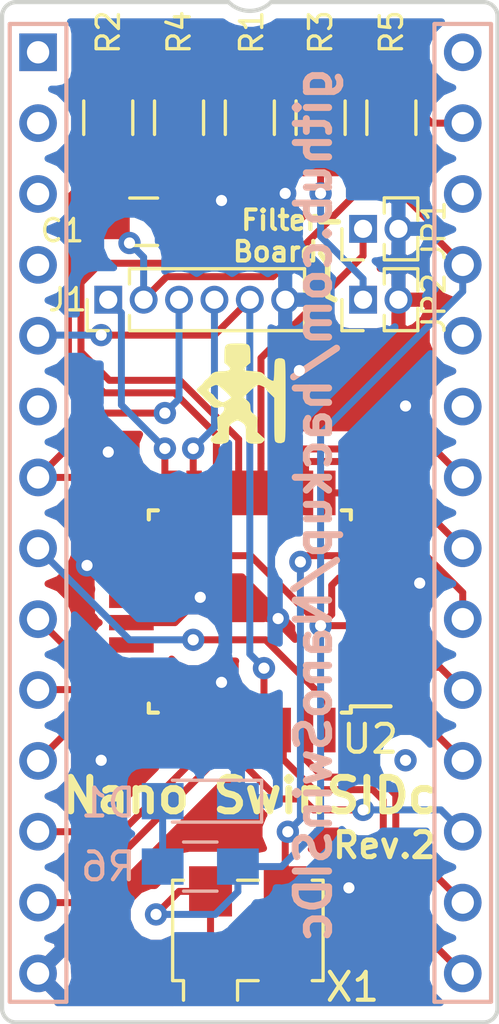
<source format=kicad_pcb>
(kicad_pcb (version 20171130) (host pcbnew "(5.0.0-rc2-dev-378-g94dbcc719)")

  (general
    (thickness 1.6)
    (drawings 18)
    (tracks 201)
    (zones 0)
    (modules 15)
    (nets 42)
  )

  (page A4)
  (title_block
    (title "Nano SwinSID c")
    (date 2018-04-06)
    (rev 1)
    (company hackup.net)
  )

  (layers
    (0 F.Cu signal hide)
    (31 B.Cu signal hide)
    (32 B.Adhes user)
    (33 F.Adhes user)
    (34 B.Paste user)
    (35 F.Paste user)
    (36 B.SilkS user)
    (37 F.SilkS user)
    (38 B.Mask user)
    (39 F.Mask user)
    (40 Dwgs.User user)
    (41 Cmts.User user)
    (42 Eco1.User user)
    (43 Eco2.User user)
    (44 Edge.Cuts user)
    (45 Margin user)
    (46 B.CrtYd user)
    (47 F.CrtYd user)
    (48 B.Fab user)
    (49 F.Fab user)
  )

  (setup
    (last_trace_width 0.25)
    (trace_clearance 0.2)
    (zone_clearance 0.508)
    (zone_45_only no)
    (trace_min 0.2)
    (segment_width 0.2)
    (edge_width 0.15)
    (via_size 0.8)
    (via_drill 0.4)
    (via_min_size 0.4)
    (via_min_drill 0.3)
    (uvia_size 0.3)
    (uvia_drill 0.1)
    (uvias_allowed no)
    (uvia_min_size 0.2)
    (uvia_min_drill 0.1)
    (pcb_text_width 0.3)
    (pcb_text_size 1.5 1.5)
    (mod_edge_width 0.15)
    (mod_text_size 1 1)
    (mod_text_width 0.15)
    (pad_size 1.35 1.35)
    (pad_drill 0.8)
    (pad_to_mask_clearance 0.2)
    (aux_axis_origin 0 0)
    (visible_elements 7FFFFFFF)
    (pcbplotparams
      (layerselection 0x010f0_ffffffff)
      (usegerberextensions true)
      (usegerberattributes false)
      (usegerberadvancedattributes false)
      (creategerberjobfile false)
      (excludeedgelayer true)
      (linewidth 0.100000)
      (plotframeref false)
      (viasonmask false)
      (mode 1)
      (useauxorigin false)
      (hpglpennumber 1)
      (hpglpenspeed 20)
      (hpglpendiameter 15)
      (psnegative false)
      (psa4output false)
      (plotreference true)
      (plotvalue true)
      (plotinvisibletext false)
      (padsonsilk false)
      (subtractmaskfromsilk false)
      (outputformat 1)
      (mirror false)
      (drillshape 0)
      (scaleselection 1)
      (outputdirectory gerber/))
  )

  (net 0 "")
  (net 1 VCC)
  (net 2 GND)
  (net 3 "Net-(D1-Pad2)")
  (net 4 MISO)
  (net 5 SCK)
  (net 6 MOSI)
  (net 7 RESET)
  (net 8 "Net-(JP1-Pad1)")
  (net 9 "Net-(JP2-Pad1)")
  (net 10 "Net-(R1-Pad2)")
  (net 11 AUD1)
  (net 12 AUD2)
  (net 13 "Net-(R3-Pad1)")
  (net 14 "Net-(U1-Pad1)")
  (net 15 "Net-(U1-Pad2)")
  (net 16 "Net-(U1-Pad3)")
  (net 17 "Net-(U1-Pad4)")
  (net 18 "Net-(U1-Pad6)")
  (net 19 "Net-(U1-Pad8)")
  (net 20 A0)
  (net 21 A1)
  (net 22 A2)
  (net 23 A3)
  (net 24 A4)
  (net 25 D0)
  (net 26 D1)
  (net 27 D2)
  (net 28 D3)
  (net 29 D4)
  (net 30 D5)
  (net 31 D6)
  (net 32 D7)
  (net 33 "Net-(U1-Pad23)")
  (net 34 "Net-(U1-Pad24)")
  (net 35 "Net-(U1-Pad26)")
  (net 36 "Net-(U1-Pad28)")
  (net 37 "Net-(U2-Pad7)")
  (net 38 "Net-(U2-Pad8)")
  (net 39 "Net-(U2-Pad19)")
  (net 40 "Net-(U2-Pad20)")
  (net 41 "Net-(U2-Pad22)")

  (net_class Default "This is the default net class."
    (clearance 0.2)
    (trace_width 0.25)
    (via_dia 0.8)
    (via_drill 0.4)
    (uvia_dia 0.3)
    (uvia_drill 0.1)
    (add_net A0)
    (add_net A1)
    (add_net A2)
    (add_net A3)
    (add_net A4)
    (add_net AUD1)
    (add_net AUD2)
    (add_net D0)
    (add_net D1)
    (add_net D2)
    (add_net D3)
    (add_net D4)
    (add_net D5)
    (add_net D6)
    (add_net D7)
    (add_net GND)
    (add_net MISO)
    (add_net MOSI)
    (add_net "Net-(D1-Pad2)")
    (add_net "Net-(JP1-Pad1)")
    (add_net "Net-(JP2-Pad1)")
    (add_net "Net-(R1-Pad2)")
    (add_net "Net-(R3-Pad1)")
    (add_net "Net-(U1-Pad1)")
    (add_net "Net-(U1-Pad2)")
    (add_net "Net-(U1-Pad23)")
    (add_net "Net-(U1-Pad24)")
    (add_net "Net-(U1-Pad26)")
    (add_net "Net-(U1-Pad28)")
    (add_net "Net-(U1-Pad3)")
    (add_net "Net-(U1-Pad4)")
    (add_net "Net-(U1-Pad6)")
    (add_net "Net-(U1-Pad8)")
    (add_net "Net-(U2-Pad19)")
    (add_net "Net-(U2-Pad20)")
    (add_net "Net-(U2-Pad22)")
    (add_net "Net-(U2-Pad7)")
    (add_net "Net-(U2-Pad8)")
    (add_net RESET)
    (add_net SCK)
    (add_net VCC)
  )

  (module Oscillators:Oscillator_SMD_EuroQuartz_XO53-4pin_5.0x3.2mm_HandSoldering (layer F.Cu) (tedit 5ACF64ED) (tstamp 5AD8587E)
    (at 133.788 111.763)
    (descr "Miniature Crystal Clock Oscillator EuroQuartz XO53 series, http://cdn-reichelt.de/documents/datenblatt/B400/XO53.pdf, hand-soldering, 5.0x3.2mm^2 package")
    (tags "SMD SMT crystal oscillator hand-soldering")
    (path /5AC94271)
    (attr smd)
    (fp_text reference X1 (at 3.753 2.029) (layer F.SilkS)
      (effects (font (size 1 1) (thickness 0.15)))
    )
    (fp_text value 32Mhz (at 0 3.3) (layer F.Fab)
      (effects (font (size 1 1) (thickness 0.15)))
    )
    (fp_text user %R (at 0 0) (layer F.Fab)
      (effects (font (size 1 1) (thickness 0.15)))
    )
    (fp_line (start -2.4 -1.6) (end 2.4 -1.6) (layer F.Fab) (width 0.1))
    (fp_line (start 2.4 -1.6) (end 2.5 -1.5) (layer F.Fab) (width 0.1))
    (fp_line (start 2.5 -1.5) (end 2.5 1.5) (layer F.Fab) (width 0.1))
    (fp_line (start 2.5 1.5) (end 2.4 1.6) (layer F.Fab) (width 0.1))
    (fp_line (start 2.4 1.6) (end -2.4 1.6) (layer F.Fab) (width 0.1))
    (fp_line (start -2.4 1.6) (end -2.5 1.5) (layer F.Fab) (width 0.1))
    (fp_line (start -2.5 1.5) (end -2.5 -1.5) (layer F.Fab) (width 0.1))
    (fp_line (start -2.5 -1.5) (end -2.4 -1.6) (layer F.Fab) (width 0.1))
    (fp_line (start -2.5 0.6) (end -1.5 1.6) (layer F.Fab) (width 0.1))
    (fp_line (start 2.31 -1.8) (end 2.7 -1.8) (layer F.SilkS) (width 0.12))
    (fp_line (start 2.7 -1.8) (end 2.7 1.8) (layer F.SilkS) (width 0.12))
    (fp_line (start 2.7 1.8) (end 2.31 1.8) (layer F.SilkS) (width 0.12))
    (fp_line (start -0.37 -1.8) (end 0.37 -1.8) (layer F.SilkS) (width 0.12))
    (fp_line (start -2.31 2.5) (end -2.31 1.8) (layer F.SilkS) (width 0.12))
    (fp_line (start -2.31 1.8) (end -2.7 1.8) (layer F.SilkS) (width 0.12))
    (fp_line (start -2.7 1.8) (end -2.7 -1.8) (layer F.SilkS) (width 0.12))
    (fp_line (start -2.7 -1.8) (end -2.31 -1.8) (layer F.SilkS) (width 0.12))
    (fp_line (start 0.37 1.8) (end -0.37 1.8) (layer F.SilkS) (width 0.12))
    (fp_line (start -0.37 1.8) (end -0.37 2.5) (layer F.SilkS) (width 0.12))
    (fp_line (start -2.8 -2.6) (end -2.8 2.6) (layer F.CrtYd) (width 0.05))
    (fp_line (start -2.8 2.6) (end 2.8 2.6) (layer F.CrtYd) (width 0.05))
    (fp_line (start 2.8 2.6) (end 2.8 -2.6) (layer F.CrtYd) (width 0.05))
    (fp_line (start 2.8 -2.6) (end -2.8 -2.6) (layer F.CrtYd) (width 0.05))
    (fp_circle (center 0 0) (end 0.5 0) (layer F.Adhes) (width 0.1))
    (fp_circle (center 0 0) (end 0.416667 0) (layer F.Adhes) (width 0.166667))
    (fp_circle (center 0 0) (end 0.266667 0) (layer F.Adhes) (width 0.166667))
    (fp_circle (center 0 0) (end 0.116667 0) (layer F.Adhes) (width 0.233333))
    (pad 1 smd rect (at -1.34 1.4) (size 1.54 1.8) (layers F.Cu F.Paste F.Mask)
      (net 1 VCC))
    (pad 2 smd rect (at 1.34 1.4) (size 1.54 1.8) (layers F.Cu F.Paste F.Mask)
      (net 2 GND))
    (pad 3 smd rect (at 1.34 -1.4) (size 1.54 1.8) (layers F.Cu F.Paste F.Mask)
      (net 37 "Net-(U2-Pad7)"))
    (pad 4 smd rect (at -1.34 -1.4) (size 1.54 1.8) (layers F.Cu F.Paste F.Mask)
      (net 1 VCC))
    (model ${KISYS3DMOD}/Oscillators.3dshapes/Oscillator_SMD_EuroQuartz_XO53-4pin_5.0x3.2mm_HandSoldering.wrl
      (at (xyz 0 0 0))
      (scale (xyz 1 1 1))
      (rotate (xyz 0 0 0))
    )
  )

  (module Capacitors_SMD:C_0805_HandSoldering (layer F.Cu) (tedit 5AC77606) (tstamp 5ADBFF3C)
    (at 130.048 86.36)
    (descr "Capacitor SMD 0805, hand soldering")
    (tags "capacitor 0805")
    (path /5AC8942C)
    (attr smd)
    (fp_text reference C1 (at -2.921 0.3175) (layer F.SilkS)
      (effects (font (size 0.8 0.8) (thickness 0.12)))
    )
    (fp_text value 100n (at 0 1.75) (layer F.Fab)
      (effects (font (size 1 1) (thickness 0.15)))
    )
    (fp_text user %R (at 0 -1.75) (layer F.Fab)
      (effects (font (size 1 1) (thickness 0.15)))
    )
    (fp_line (start -1 0.62) (end -1 -0.62) (layer F.Fab) (width 0.1))
    (fp_line (start 1 0.62) (end -1 0.62) (layer F.Fab) (width 0.1))
    (fp_line (start 1 -0.62) (end 1 0.62) (layer F.Fab) (width 0.1))
    (fp_line (start -1 -0.62) (end 1 -0.62) (layer F.Fab) (width 0.1))
    (fp_line (start 0.5 -0.85) (end -0.5 -0.85) (layer F.SilkS) (width 0.12))
    (fp_line (start -0.5 0.85) (end 0.5 0.85) (layer F.SilkS) (width 0.12))
    (fp_line (start -2.25 -0.88) (end 2.25 -0.88) (layer F.CrtYd) (width 0.05))
    (fp_line (start -2.25 -0.88) (end -2.25 0.87) (layer F.CrtYd) (width 0.05))
    (fp_line (start 2.25 0.87) (end 2.25 -0.88) (layer F.CrtYd) (width 0.05))
    (fp_line (start 2.25 0.87) (end -2.25 0.87) (layer F.CrtYd) (width 0.05))
    (pad 1 smd rect (at -1.25 0) (size 1.5 1.25) (layers F.Cu F.Paste F.Mask)
      (net 1 VCC))
    (pad 2 smd rect (at 1.25 0) (size 1.5 1.25) (layers F.Cu F.Paste F.Mask)
      (net 2 GND))
    (model Capacitors_SMD.3dshapes/C_0805.wrl
      (at (xyz 0 0 0))
      (scale (xyz 1 1 1))
      (rotate (xyz 0 0 0))
    )
  )

  (module LEDs:LED_0805_HandSoldering (layer B.Cu) (tedit 595FCA25) (tstamp 5ADBFF51)
    (at 132.08 107.13 180)
    (descr "Resistor SMD 0805, hand soldering")
    (tags "resistor 0805")
    (path /5AC9946B)
    (attr smd)
    (fp_text reference D1 (at 3.302 -0.058 180) (layer B.SilkS)
      (effects (font (size 1 1) (thickness 0.15)) (justify mirror))
    )
    (fp_text value LED (at 0 -1.75 180) (layer B.Fab)
      (effects (font (size 1 1) (thickness 0.15)) (justify mirror))
    )
    (fp_line (start -0.4 0.4) (end -0.4 -0.4) (layer B.Fab) (width 0.1))
    (fp_line (start -0.4 0) (end 0.2 0.4) (layer B.Fab) (width 0.1))
    (fp_line (start 0.2 -0.4) (end -0.4 0) (layer B.Fab) (width 0.1))
    (fp_line (start 0.2 0.4) (end 0.2 -0.4) (layer B.Fab) (width 0.1))
    (fp_line (start -1 -0.62) (end -1 0.62) (layer B.Fab) (width 0.1))
    (fp_line (start 1 -0.62) (end -1 -0.62) (layer B.Fab) (width 0.1))
    (fp_line (start 1 0.62) (end 1 -0.62) (layer B.Fab) (width 0.1))
    (fp_line (start -1 0.62) (end 1 0.62) (layer B.Fab) (width 0.1))
    (fp_line (start 1 -0.75) (end -2.2 -0.75) (layer B.SilkS) (width 0.12))
    (fp_line (start -2.2 0.75) (end 1 0.75) (layer B.SilkS) (width 0.12))
    (fp_line (start -2.35 0.9) (end 2.35 0.9) (layer B.CrtYd) (width 0.05))
    (fp_line (start -2.35 0.9) (end -2.35 -0.9) (layer B.CrtYd) (width 0.05))
    (fp_line (start 2.35 -0.9) (end 2.35 0.9) (layer B.CrtYd) (width 0.05))
    (fp_line (start 2.35 -0.9) (end -2.35 -0.9) (layer B.CrtYd) (width 0.05))
    (fp_line (start -2.2 0.75) (end -2.2 -0.75) (layer B.SilkS) (width 0.12))
    (pad 1 smd rect (at -1.35 0 180) (size 1.5 1.3) (layers B.Cu B.Paste B.Mask)
      (net 2 GND))
    (pad 2 smd rect (at 1.35 0 180) (size 1.5 1.3) (layers B.Cu B.Paste B.Mask)
      (net 3 "Net-(D1-Pad2)"))
    (model ${KISYS3DMOD}/LEDs.3dshapes/LED_0805.wrl
      (at (xyz 0 0 0))
      (scale (xyz 1 1 1))
      (rotate (xyz 0 0 0))
    )
  )

  (module Pin_Headers:Pin_Header_Straight_1x06_Pitch1.27mm (layer F.Cu) (tedit 5AC776F7) (tstamp 5ADC04FB)
    (at 128.778 89.154 90)
    (descr "Through hole straight pin header, 1x06, 1.27mm pitch, single row")
    (tags "Through hole pin header THT 1x06 1.27mm single row")
    (path /5AC8968B)
    (fp_text reference J1 (at 0 -1.4605 180) (layer F.SilkS)
      (effects (font (size 0.8 0.8) (thickness 0.12)))
    )
    (fp_text value JTAG (at 0 8.045 90) (layer F.Fab)
      (effects (font (size 1 1) (thickness 0.15)))
    )
    (fp_line (start -0.525 -0.635) (end 1.05 -0.635) (layer F.Fab) (width 0.1))
    (fp_line (start 1.05 -0.635) (end 1.05 6.985) (layer F.Fab) (width 0.1))
    (fp_line (start 1.05 6.985) (end -1.05 6.985) (layer F.Fab) (width 0.1))
    (fp_line (start -1.05 6.985) (end -1.05 -0.11) (layer F.Fab) (width 0.1))
    (fp_line (start -1.05 -0.11) (end -0.525 -0.635) (layer F.Fab) (width 0.1))
    (fp_line (start -1.11 7.045) (end -0.30753 7.045) (layer F.SilkS) (width 0.12))
    (fp_line (start 0.30753 7.045) (end 1.11 7.045) (layer F.SilkS) (width 0.12))
    (fp_line (start -1.11 0.76) (end -1.11 7.045) (layer F.SilkS) (width 0.12))
    (fp_line (start 1.11 0.76) (end 1.11 7.045) (layer F.SilkS) (width 0.12))
    (fp_line (start -1.11 0.76) (end -0.563471 0.76) (layer F.SilkS) (width 0.12))
    (fp_line (start 0.563471 0.76) (end 1.11 0.76) (layer F.SilkS) (width 0.12))
    (fp_line (start -1.11 0) (end -1.11 -0.76) (layer F.SilkS) (width 0.12))
    (fp_line (start -1.11 -0.76) (end 0 -0.76) (layer F.SilkS) (width 0.12))
    (fp_line (start -1.55 -1.15) (end -1.55 7.5) (layer F.CrtYd) (width 0.05))
    (fp_line (start -1.55 7.5) (end 1.55 7.5) (layer F.CrtYd) (width 0.05))
    (fp_line (start 1.55 7.5) (end 1.55 -1.15) (layer F.CrtYd) (width 0.05))
    (fp_line (start 1.55 -1.15) (end -1.55 -1.15) (layer F.CrtYd) (width 0.05))
    (fp_text user %R (at 0 3.175 180) (layer F.Fab)
      (effects (font (size 1 1) (thickness 0.15)))
    )
    (pad 1 thru_hole rect (at 0 0 90) (size 1 1) (drill 0.65) (layers *.Cu *.Mask)
      (net 4 MISO))
    (pad 2 thru_hole oval (at 0 1.27 90) (size 1 1) (drill 0.65) (layers *.Cu *.Mask)
      (net 1 VCC))
    (pad 3 thru_hole oval (at 0 2.54 90) (size 1 1) (drill 0.65) (layers *.Cu *.Mask)
      (net 5 SCK))
    (pad 4 thru_hole oval (at 0 3.81 90) (size 1 1) (drill 0.65) (layers *.Cu *.Mask)
      (net 6 MOSI))
    (pad 5 thru_hole oval (at 0 5.08 90) (size 1 1) (drill 0.65) (layers *.Cu *.Mask)
      (net 7 RESET))
    (pad 6 thru_hole oval (at 0 6.35 90) (size 1 1) (drill 0.65) (layers *.Cu *.Mask)
      (net 2 GND))
    (model ${KISYS3DMOD}/Pin_Headers.3dshapes/Pin_Header_Straight_1x06_Pitch1.27mm.wrl
      (at (xyz 0 0 0))
      (scale (xyz 1 1 1))
      (rotate (xyz 0 0 0))
    )
  )

  (module Pin_Headers:Pin_Header_Straight_1x02_Pitch1.27mm (layer F.Cu) (tedit 5AC7772D) (tstamp 5ADC0648)
    (at 137.922 86.614 90)
    (descr "Through hole straight pin header, 1x02, 1.27mm pitch, single row")
    (tags "Through hole pin header THT 1x02 1.27mm single row")
    (path /5AC91F15)
    (fp_text reference JP1 (at -0.0635 2.54 270) (layer F.SilkS)
      (effects (font (size 0.8 0.8) (thickness 0.12)))
    )
    (fp_text value 6581SEL (at 0 2.965 90) (layer F.Fab)
      (effects (font (size 1 1) (thickness 0.15)))
    )
    (fp_line (start -0.525 -0.635) (end 1.05 -0.635) (layer F.Fab) (width 0.1))
    (fp_line (start 1.05 -0.635) (end 1.05 1.905) (layer F.Fab) (width 0.1))
    (fp_line (start 1.05 1.905) (end -1.05 1.905) (layer F.Fab) (width 0.1))
    (fp_line (start -1.05 1.905) (end -1.05 -0.11) (layer F.Fab) (width 0.1))
    (fp_line (start -1.05 -0.11) (end -0.525 -0.635) (layer F.Fab) (width 0.1))
    (fp_line (start -1.11 1.965) (end -0.30753 1.965) (layer F.SilkS) (width 0.12))
    (fp_line (start 0.30753 1.965) (end 1.11 1.965) (layer F.SilkS) (width 0.12))
    (fp_line (start -1.11 0.76) (end -1.11 1.965) (layer F.SilkS) (width 0.12))
    (fp_line (start 1.11 0.76) (end 1.11 1.965) (layer F.SilkS) (width 0.12))
    (fp_line (start -1.11 0.76) (end -0.563471 0.76) (layer F.SilkS) (width 0.12))
    (fp_line (start 0.563471 0.76) (end 1.11 0.76) (layer F.SilkS) (width 0.12))
    (fp_line (start -1.11 0) (end -1.11 -0.76) (layer F.SilkS) (width 0.12))
    (fp_line (start -1.11 -0.76) (end 0 -0.76) (layer F.SilkS) (width 0.12))
    (fp_line (start -1.55 -1.15) (end -1.55 2.45) (layer F.CrtYd) (width 0.05))
    (fp_line (start -1.55 2.45) (end 1.55 2.45) (layer F.CrtYd) (width 0.05))
    (fp_line (start 1.55 2.45) (end 1.55 -1.15) (layer F.CrtYd) (width 0.05))
    (fp_line (start 1.55 -1.15) (end -1.55 -1.15) (layer F.CrtYd) (width 0.05))
    (fp_text user %R (at 0 0.635 180) (layer F.Fab)
      (effects (font (size 1 1) (thickness 0.15)))
    )
    (pad 1 thru_hole rect (at 0 0 90) (size 1 1) (drill 0.65) (layers *.Cu *.Mask)
      (net 8 "Net-(JP1-Pad1)"))
    (pad 2 thru_hole oval (at 0 1.27 90) (size 1 1) (drill 0.65) (layers *.Cu *.Mask)
      (net 2 GND))
    (model ${KISYS3DMOD}/Pin_Headers.3dshapes/Pin_Header_Straight_1x02_Pitch1.27mm.wrl
      (at (xyz 0 0 0))
      (scale (xyz 1 1 1))
      (rotate (xyz 0 0 0))
    )
  )

  (module Pin_Headers:Pin_Header_Straight_1x02_Pitch1.27mm (layer F.Cu) (tedit 5AC77734) (tstamp 5ADBFF9D)
    (at 137.922 89.154 90)
    (descr "Through hole straight pin header, 1x02, 1.27mm pitch, single row")
    (tags "Through hole pin header THT 1x02 1.27mm single row")
    (path /5AC93A20)
    (fp_text reference JP2 (at -0.127 2.54 90) (layer F.SilkS)
      (effects (font (size 0.8 0.8) (thickness 0.12)))
    )
    (fp_text value Jumper (at 0 2.965 90) (layer F.Fab)
      (effects (font (size 1 1) (thickness 0.15)))
    )
    (fp_text user %R (at 0 0.635 180) (layer F.Fab)
      (effects (font (size 1 1) (thickness 0.15)))
    )
    (fp_line (start 1.55 -1.15) (end -1.55 -1.15) (layer F.CrtYd) (width 0.05))
    (fp_line (start 1.55 2.45) (end 1.55 -1.15) (layer F.CrtYd) (width 0.05))
    (fp_line (start -1.55 2.45) (end 1.55 2.45) (layer F.CrtYd) (width 0.05))
    (fp_line (start -1.55 -1.15) (end -1.55 2.45) (layer F.CrtYd) (width 0.05))
    (fp_line (start -1.11 -0.76) (end 0 -0.76) (layer F.SilkS) (width 0.12))
    (fp_line (start -1.11 0) (end -1.11 -0.76) (layer F.SilkS) (width 0.12))
    (fp_line (start 0.563471 0.76) (end 1.11 0.76) (layer F.SilkS) (width 0.12))
    (fp_line (start -1.11 0.76) (end -0.563471 0.76) (layer F.SilkS) (width 0.12))
    (fp_line (start 1.11 0.76) (end 1.11 1.965) (layer F.SilkS) (width 0.12))
    (fp_line (start -1.11 0.76) (end -1.11 1.965) (layer F.SilkS) (width 0.12))
    (fp_line (start 0.30753 1.965) (end 1.11 1.965) (layer F.SilkS) (width 0.12))
    (fp_line (start -1.11 1.965) (end -0.30753 1.965) (layer F.SilkS) (width 0.12))
    (fp_line (start -1.05 -0.11) (end -0.525 -0.635) (layer F.Fab) (width 0.1))
    (fp_line (start -1.05 1.905) (end -1.05 -0.11) (layer F.Fab) (width 0.1))
    (fp_line (start 1.05 1.905) (end -1.05 1.905) (layer F.Fab) (width 0.1))
    (fp_line (start 1.05 -0.635) (end 1.05 1.905) (layer F.Fab) (width 0.1))
    (fp_line (start -0.525 -0.635) (end 1.05 -0.635) (layer F.Fab) (width 0.1))
    (pad 2 thru_hole oval (at 0 1.27 90) (size 1 1) (drill 0.65) (layers *.Cu *.Mask)
      (net 2 GND))
    (pad 1 thru_hole rect (at 0 0 90) (size 1 1) (drill 0.65) (layers *.Cu *.Mask)
      (net 9 "Net-(JP2-Pad1)"))
    (model ${KISYS3DMOD}/Pin_Headers.3dshapes/Pin_Header_Straight_1x02_Pitch1.27mm.wrl
      (at (xyz 0 0 0))
      (scale (xyz 1 1 1))
      (rotate (xyz 0 0 0))
    )
  )

  (module Resistors_SMD:R_0805_HandSoldering (layer F.Cu) (tedit 5AC77677) (tstamp 5ADBFFAE)
    (at 133.858 82.63 90)
    (descr "Resistor SMD 0805, hand soldering")
    (tags "resistor 0805")
    (path /5AC926B7)
    (attr smd)
    (fp_text reference R1 (at 3.0645 0.0635 90) (layer F.SilkS)
      (effects (font (size 0.8 0.8) (thickness 0.12)))
    )
    (fp_text value 1k (at 0 1.75 90) (layer F.Fab)
      (effects (font (size 1 1) (thickness 0.15)))
    )
    (fp_line (start 2.35 0.9) (end -2.35 0.9) (layer F.CrtYd) (width 0.05))
    (fp_line (start 2.35 0.9) (end 2.35 -0.9) (layer F.CrtYd) (width 0.05))
    (fp_line (start -2.35 -0.9) (end -2.35 0.9) (layer F.CrtYd) (width 0.05))
    (fp_line (start -2.35 -0.9) (end 2.35 -0.9) (layer F.CrtYd) (width 0.05))
    (fp_line (start -0.6 -0.88) (end 0.6 -0.88) (layer F.SilkS) (width 0.12))
    (fp_line (start 0.6 0.88) (end -0.6 0.88) (layer F.SilkS) (width 0.12))
    (fp_line (start -1 -0.62) (end 1 -0.62) (layer F.Fab) (width 0.1))
    (fp_line (start 1 -0.62) (end 1 0.62) (layer F.Fab) (width 0.1))
    (fp_line (start 1 0.62) (end -1 0.62) (layer F.Fab) (width 0.1))
    (fp_line (start -1 0.62) (end -1 -0.62) (layer F.Fab) (width 0.1))
    (fp_text user %R (at 0 0 90) (layer F.Fab)
      (effects (font (size 0.5 0.5) (thickness 0.075)))
    )
    (pad 2 smd rect (at 1.35 0 90) (size 1.5 1.3) (layers F.Cu F.Paste F.Mask)
      (net 10 "Net-(R1-Pad2)"))
    (pad 1 smd rect (at -1.35 0 90) (size 1.5 1.3) (layers F.Cu F.Paste F.Mask)
      (net 11 AUD1))
    (model ${KISYS3DMOD}/Resistors_SMD.3dshapes/R_0805.wrl
      (at (xyz 0 0 0))
      (scale (xyz 1 1 1))
      (rotate (xyz 0 0 0))
    )
  )

  (module Resistors_SMD:R_0805_HandSoldering (layer F.Cu) (tedit 5AC7759F) (tstamp 5ADBFFBF)
    (at 128.778 82.63 90)
    (descr "Resistor SMD 0805, hand soldering")
    (tags "resistor 0805")
    (path /5AC9272B)
    (attr smd)
    (fp_text reference R2 (at 3.0645 0 90) (layer F.SilkS)
      (effects (font (size 0.8 0.8) (thickness 0.12)))
    )
    (fp_text value 240k (at 0 1.75 90) (layer F.Fab)
      (effects (font (size 1 1) (thickness 0.15)))
    )
    (fp_text user %R (at 0 0 90) (layer F.Fab)
      (effects (font (size 0.5 0.5) (thickness 0.075)))
    )
    (fp_line (start -1 0.62) (end -1 -0.62) (layer F.Fab) (width 0.1))
    (fp_line (start 1 0.62) (end -1 0.62) (layer F.Fab) (width 0.1))
    (fp_line (start 1 -0.62) (end 1 0.62) (layer F.Fab) (width 0.1))
    (fp_line (start -1 -0.62) (end 1 -0.62) (layer F.Fab) (width 0.1))
    (fp_line (start 0.6 0.88) (end -0.6 0.88) (layer F.SilkS) (width 0.12))
    (fp_line (start -0.6 -0.88) (end 0.6 -0.88) (layer F.SilkS) (width 0.12))
    (fp_line (start -2.35 -0.9) (end 2.35 -0.9) (layer F.CrtYd) (width 0.05))
    (fp_line (start -2.35 -0.9) (end -2.35 0.9) (layer F.CrtYd) (width 0.05))
    (fp_line (start 2.35 0.9) (end 2.35 -0.9) (layer F.CrtYd) (width 0.05))
    (fp_line (start 2.35 0.9) (end -2.35 0.9) (layer F.CrtYd) (width 0.05))
    (pad 1 smd rect (at -1.35 0 90) (size 1.5 1.3) (layers F.Cu F.Paste F.Mask)
      (net 12 AUD2))
    (pad 2 smd rect (at 1.35 0 90) (size 1.5 1.3) (layers F.Cu F.Paste F.Mask)
      (net 10 "Net-(R1-Pad2)"))
    (model ${KISYS3DMOD}/Resistors_SMD.3dshapes/R_0805.wrl
      (at (xyz 0 0 0))
      (scale (xyz 1 1 1))
      (rotate (xyz 0 0 0))
    )
  )

  (module Resistors_SMD:R_0805_HandSoldering (layer F.Cu) (tedit 5AC776B9) (tstamp 5ADBFFD0)
    (at 136.398 82.63 270)
    (descr "Resistor SMD 0805, hand soldering")
    (tags "resistor 0805")
    (path /5AC925F4)
    (attr smd)
    (fp_text reference R3 (at -3.0645 0 270) (layer F.SilkS)
      (effects (font (size 0.8 0.8) (thickness 0.12)))
    )
    (fp_text value 1k (at 0 1.75 270) (layer F.Fab)
      (effects (font (size 1 1) (thickness 0.15)))
    )
    (fp_line (start 2.35 0.9) (end -2.35 0.9) (layer F.CrtYd) (width 0.05))
    (fp_line (start 2.35 0.9) (end 2.35 -0.9) (layer F.CrtYd) (width 0.05))
    (fp_line (start -2.35 -0.9) (end -2.35 0.9) (layer F.CrtYd) (width 0.05))
    (fp_line (start -2.35 -0.9) (end 2.35 -0.9) (layer F.CrtYd) (width 0.05))
    (fp_line (start -0.6 -0.88) (end 0.6 -0.88) (layer F.SilkS) (width 0.12))
    (fp_line (start 0.6 0.88) (end -0.6 0.88) (layer F.SilkS) (width 0.12))
    (fp_line (start -1 -0.62) (end 1 -0.62) (layer F.Fab) (width 0.1))
    (fp_line (start 1 -0.62) (end 1 0.62) (layer F.Fab) (width 0.1))
    (fp_line (start 1 0.62) (end -1 0.62) (layer F.Fab) (width 0.1))
    (fp_line (start -1 0.62) (end -1 -0.62) (layer F.Fab) (width 0.1))
    (fp_text user %R (at 0 0 270) (layer F.Fab)
      (effects (font (size 0.5 0.5) (thickness 0.075)))
    )
    (pad 2 smd rect (at 1.35 0 270) (size 1.5 1.3) (layers F.Cu F.Paste F.Mask)
      (net 9 "Net-(JP2-Pad1)"))
    (pad 1 smd rect (at -1.35 0 270) (size 1.5 1.3) (layers F.Cu F.Paste F.Mask)
      (net 13 "Net-(R3-Pad1)"))
    (model ${KISYS3DMOD}/Resistors_SMD.3dshapes/R_0805.wrl
      (at (xyz 0 0 0))
      (scale (xyz 1 1 1))
      (rotate (xyz 0 0 0))
    )
  )

  (module Resistors_SMD:R_0805_HandSoldering (layer F.Cu) (tedit 5AC77698) (tstamp 5ADBFFE1)
    (at 131.318 82.63 270)
    (descr "Resistor SMD 0805, hand soldering")
    (tags "resistor 0805")
    (path /5AC92642)
    (attr smd)
    (fp_text reference R4 (at -3.0645 0 270) (layer F.SilkS)
      (effects (font (size 0.8 0.8) (thickness 0.12)))
    )
    (fp_text value 2k2 (at 0 1.75 270) (layer F.Fab)
      (effects (font (size 1 1) (thickness 0.15)))
    )
    (fp_text user %R (at 0 0 270) (layer F.Fab)
      (effects (font (size 0.5 0.5) (thickness 0.075)))
    )
    (fp_line (start -1 0.62) (end -1 -0.62) (layer F.Fab) (width 0.1))
    (fp_line (start 1 0.62) (end -1 0.62) (layer F.Fab) (width 0.1))
    (fp_line (start 1 -0.62) (end 1 0.62) (layer F.Fab) (width 0.1))
    (fp_line (start -1 -0.62) (end 1 -0.62) (layer F.Fab) (width 0.1))
    (fp_line (start 0.6 0.88) (end -0.6 0.88) (layer F.SilkS) (width 0.12))
    (fp_line (start -0.6 -0.88) (end 0.6 -0.88) (layer F.SilkS) (width 0.12))
    (fp_line (start -2.35 -0.9) (end 2.35 -0.9) (layer F.CrtYd) (width 0.05))
    (fp_line (start -2.35 -0.9) (end -2.35 0.9) (layer F.CrtYd) (width 0.05))
    (fp_line (start 2.35 0.9) (end 2.35 -0.9) (layer F.CrtYd) (width 0.05))
    (fp_line (start 2.35 0.9) (end -2.35 0.9) (layer F.CrtYd) (width 0.05))
    (pad 1 smd rect (at -1.35 0 270) (size 1.5 1.3) (layers F.Cu F.Paste F.Mask)
      (net 10 "Net-(R1-Pad2)"))
    (pad 2 smd rect (at 1.35 0 270) (size 1.5 1.3) (layers F.Cu F.Paste F.Mask)
      (net 13 "Net-(R3-Pad1)"))
    (model ${KISYS3DMOD}/Resistors_SMD.3dshapes/R_0805.wrl
      (at (xyz 0 0 0))
      (scale (xyz 1 1 1))
      (rotate (xyz 0 0 0))
    )
  )

  (module Resistors_SMD:R_0805_HandSoldering (layer F.Cu) (tedit 5AC776BD) (tstamp 5ADC09DF)
    (at 138.938 82.63 90)
    (descr "Resistor SMD 0805, hand soldering")
    (tags "resistor 0805")
    (path /5AC9256B)
    (attr smd)
    (fp_text reference R5 (at 3.0645 0 90) (layer F.SilkS)
      (effects (font (size 0.8 0.8) (thickness 0.12)))
    )
    (fp_text value 4k7 (at 0 1.75 90) (layer F.Fab)
      (effects (font (size 1 1) (thickness 0.15)))
    )
    (fp_text user %R (at 0 0 90) (layer F.Fab)
      (effects (font (size 0.5 0.5) (thickness 0.075)))
    )
    (fp_line (start -1 0.62) (end -1 -0.62) (layer F.Fab) (width 0.1))
    (fp_line (start 1 0.62) (end -1 0.62) (layer F.Fab) (width 0.1))
    (fp_line (start 1 -0.62) (end 1 0.62) (layer F.Fab) (width 0.1))
    (fp_line (start -1 -0.62) (end 1 -0.62) (layer F.Fab) (width 0.1))
    (fp_line (start 0.6 0.88) (end -0.6 0.88) (layer F.SilkS) (width 0.12))
    (fp_line (start -0.6 -0.88) (end 0.6 -0.88) (layer F.SilkS) (width 0.12))
    (fp_line (start -2.35 -0.9) (end 2.35 -0.9) (layer F.CrtYd) (width 0.05))
    (fp_line (start -2.35 -0.9) (end -2.35 0.9) (layer F.CrtYd) (width 0.05))
    (fp_line (start 2.35 0.9) (end 2.35 -0.9) (layer F.CrtYd) (width 0.05))
    (fp_line (start 2.35 0.9) (end -2.35 0.9) (layer F.CrtYd) (width 0.05))
    (pad 1 smd rect (at -1.35 0 90) (size 1.5 1.3) (layers F.Cu F.Paste F.Mask)
      (net 1 VCC))
    (pad 2 smd rect (at 1.35 0 90) (size 1.5 1.3) (layers F.Cu F.Paste F.Mask)
      (net 13 "Net-(R3-Pad1)"))
    (model ${KISYS3DMOD}/Resistors_SMD.3dshapes/R_0805.wrl
      (at (xyz 0 0 0))
      (scale (xyz 1 1 1))
      (rotate (xyz 0 0 0))
    )
  )

  (module Resistors_SMD:R_0805_HandSoldering (layer B.Cu) (tedit 58E0A804) (tstamp 5ADC1935)
    (at 132.08 109.474 180)
    (descr "Resistor SMD 0805, hand soldering")
    (tags "resistor 0805")
    (path /5AC99644)
    (attr smd)
    (fp_text reference R6 (at 3.302 0 180) (layer B.SilkS)
      (effects (font (size 1 1) (thickness 0.15)) (justify mirror))
    )
    (fp_text value 330 (at 0 -1.75 180) (layer B.Fab)
      (effects (font (size 1 1) (thickness 0.15)) (justify mirror))
    )
    (fp_line (start 2.35 -0.9) (end -2.35 -0.9) (layer B.CrtYd) (width 0.05))
    (fp_line (start 2.35 -0.9) (end 2.35 0.9) (layer B.CrtYd) (width 0.05))
    (fp_line (start -2.35 0.9) (end -2.35 -0.9) (layer B.CrtYd) (width 0.05))
    (fp_line (start -2.35 0.9) (end 2.35 0.9) (layer B.CrtYd) (width 0.05))
    (fp_line (start -0.6 0.88) (end 0.6 0.88) (layer B.SilkS) (width 0.12))
    (fp_line (start 0.6 -0.88) (end -0.6 -0.88) (layer B.SilkS) (width 0.12))
    (fp_line (start -1 0.62) (end 1 0.62) (layer B.Fab) (width 0.1))
    (fp_line (start 1 0.62) (end 1 -0.62) (layer B.Fab) (width 0.1))
    (fp_line (start 1 -0.62) (end -1 -0.62) (layer B.Fab) (width 0.1))
    (fp_line (start -1 -0.62) (end -1 0.62) (layer B.Fab) (width 0.1))
    (fp_text user %R (at 0 0 180) (layer B.Fab)
      (effects (font (size 0.5 0.5) (thickness 0.075)) (justify mirror))
    )
    (pad 2 smd rect (at 1.35 0 180) (size 1.5 1.3) (layers B.Cu B.Paste B.Mask)
      (net 3 "Net-(D1-Pad2)"))
    (pad 1 smd rect (at -1.35 0 180) (size 1.5 1.3) (layers B.Cu B.Paste B.Mask)
      (net 1 VCC))
    (model ${KISYS3DMOD}/Resistors_SMD.3dshapes/R_0805.wrl
      (at (xyz 0 0 0))
      (scale (xyz 1 1 1))
      (rotate (xyz 0 0 0))
    )
  )

  (module hackup:Socket-Adapter-DIP28 (layer F.Cu) (tedit 5AC77956) (tstamp 5ADC002B)
    (at 133.879001 98.065001)
    (path /5AC89000)
    (fp_text reference U1 (at 0 0) (layer F.SilkS) hide
      (effects (font (size 1 1) (thickness 0.15)))
    )
    (fp_text value C64-SID-Socket (at -0.021001 19.536999) (layer F.Fab)
      (effects (font (size 1 1) (thickness 0.15)))
    )
    (fp_line (start 6.604 -18.796) (end 8.636 -18.796) (layer B.SilkS) (width 0.15))
    (fp_line (start 8.636 -18.796) (end 8.636 16.256) (layer B.SilkS) (width 0.15))
    (fp_line (start 8.636 16.256) (end 6.604 16.256) (layer B.SilkS) (width 0.15))
    (fp_line (start 6.604 16.256) (end 6.604 -18.796) (layer B.SilkS) (width 0.15))
    (fp_line (start -8.636 -18.796) (end -6.604 -18.796) (layer B.SilkS) (width 0.15))
    (fp_line (start -6.604 -18.796) (end -6.604 16.256) (layer B.SilkS) (width 0.15))
    (fp_line (start -6.604 16.256) (end -8.636 16.256) (layer B.SilkS) (width 0.15))
    (fp_line (start -8.636 16.256) (end -8.636 -18.796) (layer B.SilkS) (width 0.15))
    (pad 1 thru_hole rect (at -7.62 -17.78) (size 1.35 1.35) (drill 0.8) (layers *.Cu *.Mask)
      (net 14 "Net-(U1-Pad1)"))
    (pad 2 thru_hole circle (at -7.62 -15.24) (size 1.35 1.35) (drill 0.8) (layers *.Cu *.Mask)
      (net 15 "Net-(U1-Pad2)"))
    (pad 3 thru_hole circle (at -7.62 -12.7) (size 1.35 1.35) (drill 0.8) (layers *.Cu *.Mask)
      (net 16 "Net-(U1-Pad3)"))
    (pad 4 thru_hole circle (at -7.62 -10.16) (size 1.35 1.35) (drill 0.8) (layers *.Cu *.Mask)
      (net 17 "Net-(U1-Pad4)"))
    (pad 5 thru_hole circle (at -7.62 -7.62) (size 1.35 1.35) (drill 0.8) (layers *.Cu *.Mask)
      (net 7 RESET))
    (pad 6 thru_hole circle (at -7.62 -5.08) (size 1.35 1.35) (drill 0.8) (layers *.Cu *.Mask)
      (net 18 "Net-(U1-Pad6)"))
    (pad 7 thru_hole circle (at -7.62 -2.54) (size 1.35 1.35) (drill 0.8) (layers *.Cu *.Mask)
      (net 5 SCK))
    (pad 8 thru_hole circle (at -7.62 0) (size 1.35 1.35) (drill 0.8) (layers *.Cu *.Mask)
      (net 19 "Net-(U1-Pad8)"))
    (pad 9 thru_hole circle (at -7.62 2.54) (size 1.35 1.35) (drill 0.8) (layers *.Cu *.Mask)
      (net 20 A0))
    (pad 10 thru_hole circle (at -7.62 5.08) (size 1.35 1.35) (drill 0.8) (layers *.Cu *.Mask)
      (net 21 A1))
    (pad 11 thru_hole circle (at -7.62 7.62) (size 1.35 1.35) (drill 0.8) (layers *.Cu *.Mask)
      (net 22 A2))
    (pad 12 thru_hole circle (at -7.62 10.16) (size 1.35 1.35) (drill 0.8) (layers *.Cu *.Mask)
      (net 23 A3))
    (pad 13 thru_hole circle (at -7.62 12.7) (size 1.35 1.35) (drill 0.8) (layers *.Cu *.Mask)
      (net 24 A4))
    (pad 14 thru_hole circle (at -7.62 15.24) (size 1.35 1.35) (drill 0.8) (layers *.Cu *.Mask)
      (net 2 GND))
    (pad 15 thru_hole circle (at 7.62 15.24) (size 1.35 1.35) (drill 0.8) (layers *.Cu *.Mask)
      (net 25 D0))
    (pad 16 thru_hole circle (at 7.62 12.7) (size 1.35 1.35) (drill 0.8) (layers *.Cu *.Mask)
      (net 26 D1))
    (pad 17 thru_hole circle (at 7.62 10.16) (size 1.35 1.35) (drill 0.8) (layers *.Cu *.Mask)
      (net 27 D2))
    (pad 18 thru_hole circle (at 7.62 7.62) (size 1.35 1.35) (drill 0.8) (layers *.Cu *.Mask)
      (net 28 D3))
    (pad 19 thru_hole circle (at 7.62 5.08) (size 1.35 1.35) (drill 0.8) (layers *.Cu *.Mask)
      (net 29 D4))
    (pad 20 thru_hole circle (at 7.62 2.54) (size 1.35 1.35) (drill 0.8) (layers *.Cu *.Mask)
      (net 30 D5))
    (pad 21 thru_hole circle (at 7.62 0) (size 1.35 1.35) (drill 0.8) (layers *.Cu *.Mask)
      (net 31 D6))
    (pad 22 thru_hole circle (at 7.62 -2.54) (size 1.35 1.35) (drill 0.8) (layers *.Cu *.Mask)
      (net 32 D7))
    (pad 23 thru_hole circle (at 7.62 -5.08) (size 1.35 1.35) (drill 0.8) (layers *.Cu *.Mask)
      (net 33 "Net-(U1-Pad23)"))
    (pad 24 thru_hole circle (at 7.62 -7.62) (size 1.35 1.35) (drill 0.8) (layers *.Cu *.Mask)
      (net 34 "Net-(U1-Pad24)"))
    (pad 25 thru_hole circle (at 7.62 -10.16) (size 1.35 1.35) (drill 0.8) (layers *.Cu *.Mask)
      (net 1 VCC))
    (pad 26 thru_hole circle (at 7.62 -12.7) (size 1.35 1.35) (drill 0.8) (layers *.Cu *.Mask)
      (net 35 "Net-(U1-Pad26)"))
    (pad 27 thru_hole circle (at 7.62 -15.24) (size 1.35 1.35) (drill 0.8) (layers *.Cu *.Mask)
      (net 13 "Net-(R3-Pad1)"))
    (pad 28 thru_hole circle (at 7.62 -17.78) (size 1.35 1.35) (drill 0.8) (layers *.Cu *.Mask)
      (net 36 "Net-(U1-Pad28)"))
  )

  (module Housings_QFP:TQFP-32_7x7mm_Pitch0.8mm (layer F.Cu) (tedit 5AC77962) (tstamp 5ADC1156)
    (at 133.858 100.33 180)
    (descr "32-Lead Plastic Thin Quad Flatpack (PT) - 7x7x1.0 mm Body, 2.00 mm [TQFP] (see Microchip Packaging Specification 00000049BS.pdf)")
    (tags "QFP 0.8")
    (path /5AC7296F)
    (attr smd)
    (fp_text reference U2 (at -4.318 -4.572 180) (layer F.SilkS)
      (effects (font (size 1 1) (thickness 0.15)))
    )
    (fp_text value ATMEGA88PA-AU (at 0 6.05 180) (layer F.Fab)
      (effects (font (size 1 1) (thickness 0.15)))
    )
    (fp_text user %R (at 0 0 180) (layer F.Fab)
      (effects (font (size 1 1) (thickness 0.15)))
    )
    (fp_line (start -2.5 -3.5) (end 3.5 -3.5) (layer F.Fab) (width 0.15))
    (fp_line (start 3.5 -3.5) (end 3.5 3.5) (layer F.Fab) (width 0.15))
    (fp_line (start 3.5 3.5) (end -3.5 3.5) (layer F.Fab) (width 0.15))
    (fp_line (start -3.5 3.5) (end -3.5 -2.5) (layer F.Fab) (width 0.15))
    (fp_line (start -3.5 -2.5) (end -2.5 -3.5) (layer F.Fab) (width 0.15))
    (fp_line (start -5.3 -5.3) (end -5.3 5.3) (layer F.CrtYd) (width 0.05))
    (fp_line (start 5.3 -5.3) (end 5.3 5.3) (layer F.CrtYd) (width 0.05))
    (fp_line (start -5.3 -5.3) (end 5.3 -5.3) (layer F.CrtYd) (width 0.05))
    (fp_line (start -5.3 5.3) (end 5.3 5.3) (layer F.CrtYd) (width 0.05))
    (fp_line (start -3.625 -3.625) (end -3.625 -3.4) (layer F.SilkS) (width 0.15))
    (fp_line (start 3.625 -3.625) (end 3.625 -3.3) (layer F.SilkS) (width 0.15))
    (fp_line (start 3.625 3.625) (end 3.625 3.3) (layer F.SilkS) (width 0.15))
    (fp_line (start -3.625 3.625) (end -3.625 3.3) (layer F.SilkS) (width 0.15))
    (fp_line (start -3.625 -3.625) (end -3.3 -3.625) (layer F.SilkS) (width 0.15))
    (fp_line (start -3.625 3.625) (end -3.3 3.625) (layer F.SilkS) (width 0.15))
    (fp_line (start 3.625 3.625) (end 3.3 3.625) (layer F.SilkS) (width 0.15))
    (fp_line (start 3.625 -3.625) (end 3.3 -3.625) (layer F.SilkS) (width 0.15))
    (fp_line (start -3.625 -3.4) (end -5.05 -3.4) (layer F.SilkS) (width 0.15))
    (pad 1 smd rect (at -4.25 -2.8 180) (size 1.6 0.55) (layers F.Cu F.Paste F.Mask)
      (net 28 D3))
    (pad 2 smd rect (at -4.25 -2 180) (size 1.6 0.55) (layers F.Cu F.Paste F.Mask)
      (net 29 D4))
    (pad 3 smd rect (at -4.25 -1.2 180) (size 1.6 0.55) (layers F.Cu F.Paste F.Mask)
      (net 2 GND))
    (pad 4 smd rect (at -4.25 -0.4 180) (size 1.6 0.55) (layers F.Cu F.Paste F.Mask)
      (net 1 VCC))
    (pad 5 smd rect (at -4.25 0.4 180) (size 1.6 0.55) (layers F.Cu F.Paste F.Mask)
      (net 2 GND))
    (pad 6 smd rect (at -4.25 1.2 180) (size 1.6 0.55) (layers F.Cu F.Paste F.Mask)
      (net 1 VCC))
    (pad 7 smd rect (at -4.25 2 180) (size 1.6 0.55) (layers F.Cu F.Paste F.Mask)
      (net 37 "Net-(U2-Pad7)"))
    (pad 8 smd rect (at -4.25 2.8 180) (size 1.6 0.55) (layers F.Cu F.Paste F.Mask)
      (net 38 "Net-(U2-Pad8)"))
    (pad 9 smd rect (at -2.8 4.25 270) (size 1.6 0.55) (layers F.Cu F.Paste F.Mask)
      (net 30 D5))
    (pad 10 smd rect (at -2 4.25 270) (size 1.6 0.55) (layers F.Cu F.Paste F.Mask)
      (net 31 D6))
    (pad 11 smd rect (at -1.2 4.25 270) (size 1.6 0.55) (layers F.Cu F.Paste F.Mask)
      (net 32 D7))
    (pad 12 smd rect (at -0.4 4.25 270) (size 1.6 0.55) (layers F.Cu F.Paste F.Mask)
      (net 8 "Net-(JP1-Pad1)"))
    (pad 13 smd rect (at 0.4 4.25 270) (size 1.6 0.55) (layers F.Cu F.Paste F.Mask)
      (net 11 AUD1))
    (pad 14 smd rect (at 1.2 4.25 270) (size 1.6 0.55) (layers F.Cu F.Paste F.Mask)
      (net 12 AUD2))
    (pad 15 smd rect (at 2 4.25 270) (size 1.6 0.55) (layers F.Cu F.Paste F.Mask)
      (net 6 MOSI))
    (pad 16 smd rect (at 2.8 4.25 270) (size 1.6 0.55) (layers F.Cu F.Paste F.Mask)
      (net 4 MISO))
    (pad 17 smd rect (at 4.25 2.8 180) (size 1.6 0.55) (layers F.Cu F.Paste F.Mask)
      (net 5 SCK))
    (pad 18 smd rect (at 4.25 2 180) (size 1.6 0.55) (layers F.Cu F.Paste F.Mask)
      (net 1 VCC))
    (pad 19 smd rect (at 4.25 1.2 180) (size 1.6 0.55) (layers F.Cu F.Paste F.Mask)
      (net 39 "Net-(U2-Pad19)"))
    (pad 20 smd rect (at 4.25 0.4 180) (size 1.6 0.55) (layers F.Cu F.Paste F.Mask)
      (net 40 "Net-(U2-Pad20)"))
    (pad 21 smd rect (at 4.25 -0.4 180) (size 1.6 0.55) (layers F.Cu F.Paste F.Mask)
      (net 2 GND))
    (pad 22 smd rect (at 4.25 -1.2 180) (size 1.6 0.55) (layers F.Cu F.Paste F.Mask)
      (net 41 "Net-(U2-Pad22)"))
    (pad 23 smd rect (at 4.25 -2 180) (size 1.6 0.55) (layers F.Cu F.Paste F.Mask)
      (net 20 A0))
    (pad 24 smd rect (at 4.25 -2.8 180) (size 1.6 0.55) (layers F.Cu F.Paste F.Mask)
      (net 21 A1))
    (pad 25 smd rect (at 2.8 -4.25 270) (size 1.6 0.55) (layers F.Cu F.Paste F.Mask)
      (net 22 A2))
    (pad 26 smd rect (at 2 -4.25 270) (size 1.6 0.55) (layers F.Cu F.Paste F.Mask)
      (net 23 A3))
    (pad 27 smd rect (at 1.2 -4.25 270) (size 1.6 0.55) (layers F.Cu F.Paste F.Mask)
      (net 24 A4))
    (pad 28 smd rect (at 0.4 -4.25 270) (size 1.6 0.55) (layers F.Cu F.Paste F.Mask)
      (net 27 D2))
    (pad 29 smd rect (at -0.4 -4.25 270) (size 1.6 0.55) (layers F.Cu F.Paste F.Mask)
      (net 7 RESET))
    (pad 30 smd rect (at -1.2 -4.25 270) (size 1.6 0.55) (layers F.Cu F.Paste F.Mask)
      (net 25 D0))
    (pad 31 smd rect (at -2 -4.25 270) (size 1.6 0.55) (layers F.Cu F.Paste F.Mask)
      (net 26 D1))
    (pad 32 smd rect (at -2.8 -4.25 270) (size 1.6 0.55) (layers F.Cu F.Paste F.Mask)
      (net 19 "Net-(U1-Pad8)"))
    (model ${KISYS3DMOD}/Housings_QFP.3dshapes/TQFP-32_7x7mm_Pitch0.8mm.wrl
      (at (xyz 0 0 0))
      (scale (xyz 1 1 1))
      (rotate (xyz 0 0 0))
    )
  )

  (module Logo:bigby2 (layer F.Cu) (tedit 0) (tstamp 5AE4DA1A)
    (at 133.604 92.456)
    (fp_text reference G*** (at 0 0) (layer F.SilkS) hide
      (effects (font (size 1.524 1.524) (thickness 0.3)))
    )
    (fp_text value LOGO (at 0.75 0) (layer F.SilkS) hide
      (effects (font (size 1.524 1.524) (thickness 0.3)))
    )
    (fp_poly (pts (xy -0.011485 -1.728467) (xy 0.113732 -1.717124) (xy 0.194843 -1.687923) (xy 0.241542 -1.632439)
      (xy 0.263521 -1.542246) (xy 0.270474 -1.408921) (xy 0.271308 -1.328994) (xy 0.273257 -1.04049)
      (xy 0.168379 -0.956808) (xy 0.105032 -0.892095) (xy 0.067481 -0.826879) (xy 0.062385 -0.77734)
      (xy 0.087312 -0.759744) (xy 0.127711 -0.756134) (xy 0.215607 -0.74839) (xy 0.335236 -0.737898)
      (xy 0.394892 -0.732679) (xy 0.531508 -0.719487) (xy 0.621502 -0.704831) (xy 0.681588 -0.682684)
      (xy 0.728481 -0.647018) (xy 0.775892 -0.595287) (xy 0.854874 -0.518356) (xy 0.944952 -0.451548)
      (xy 1.029404 -0.405121) (xy 1.09151 -0.389332) (xy 1.105316 -0.393209) (xy 1.115338 -0.429014)
      (xy 1.124376 -0.514977) (xy 1.131371 -0.637757) (xy 1.13502 -0.76718) (xy 1.139106 -0.928835)
      (xy 1.146403 -1.038611) (xy 1.158673 -1.108111) (xy 1.177674 -1.14894) (xy 1.195579 -1.166425)
      (xy 1.29101 -1.202114) (xy 1.400648 -1.196807) (xy 1.475118 -1.16372) (xy 1.488952 -1.150785)
      (xy 1.500416 -1.130319) (xy 1.509731 -1.096728) (xy 1.517116 -1.04442) (xy 1.522788 -0.9678)
      (xy 1.526969 -0.861275) (xy 1.529876 -0.71925) (xy 1.531729 -0.536133) (xy 1.532746 -0.306329)
      (xy 1.533148 -0.024245) (xy 1.533153 0.315712) (xy 1.533153 0.317844) (xy 1.532922 0.658253)
      (xy 1.532326 0.940751) (xy 1.531144 1.170927) (xy 1.529156 1.354371) (xy 1.52614 1.496672)
      (xy 1.521875 1.603419) (xy 1.516141 1.680201) (xy 1.508718 1.732606) (xy 1.499384 1.766226)
      (xy 1.487919 1.786647) (xy 1.474647 1.799064) (xy 1.376472 1.836684) (xy 1.265456 1.831892)
      (xy 1.193094 1.799607) (xy 1.175112 1.781995) (xy 1.1613 1.753588) (xy 1.151101 1.706603)
      (xy 1.14396 1.633257) (xy 1.139323 1.525767) (xy 1.136633 1.37635) (xy 1.135335 1.177223)
      (xy 1.134934 0.984675) (xy 1.134065 0.211637) (xy 0.979782 0.062148) (xy 0.901816 -0.017658)
      (xy 0.846345 -0.082572) (xy 0.825499 -0.118224) (xy 0.799146 -0.148761) (xy 0.732681 -0.189721)
      (xy 0.696557 -0.207251) (xy 0.613805 -0.241662) (xy 0.55975 -0.248672) (xy 0.505771 -0.22821)
      (xy 0.468235 -0.206692) (xy 0.396192 -0.15478) (xy 0.300546 -0.073678) (xy 0.201272 0.019618)
      (xy 0.19561 0.025259) (xy 0.022365 0.198504) (xy 0.14612 0.3024) (xy 0.221538 0.372494)
      (xy 0.258266 0.434497) (xy 0.270015 0.516179) (xy 0.270766 0.55481) (xy 0.276486 0.647599)
      (xy 0.301118 0.711947) (xy 0.35795 0.773886) (xy 0.401734 0.811372) (xy 0.531811 0.919421)
      (xy 0.518782 1.176497) (xy 0.505754 1.433573) (xy 0.798146 1.702035) (xy 0.735253 1.779705)
      (xy 0.694397 1.821324) (xy 0.644378 1.844797) (xy 0.566817 1.855141) (xy 0.450638 1.857375)
      (xy 0.297496 1.851301) (xy 0.197085 1.826154) (xy 0.139611 1.771549) (xy 0.11528 1.6771)
      (xy 0.114298 1.532418) (xy 0.115741 1.502222) (xy 0.117859 1.346848) (xy 0.100457 1.238092)
      (xy 0.056678 1.160347) (xy -0.020335 1.098007) (xy -0.075669 1.066562) (xy -0.152049 1.029637)
      (xy -0.205195 1.023113) (xy -0.267621 1.046992) (xy -0.305332 1.066562) (xy -0.402294 1.127059)
      (xy -0.462465 1.194861) (xy -0.492699 1.285576) (xy -0.499855 1.414809) (xy -0.496742 1.502222)
      (xy -0.492373 1.63025) (xy -0.497412 1.711576) (xy -0.514532 1.762642) (xy -0.544891 1.798527)
      (xy -0.615745 1.832954) (xy -0.725524 1.856221) (xy -0.850294 1.866168) (xy -0.966123 1.860635)
      (xy -1.037737 1.842993) (xy -1.107556 1.793603) (xy -1.139614 1.752578) (xy -1.150671 1.711431)
      (xy -1.131349 1.666613) (xy -1.0735 1.604152) (xy -1.029397 1.563569) (xy -0.886666 1.435314)
      (xy -0.899789 1.176378) (xy -0.912912 0.917443) (xy -0.793004 0.821082) (xy -0.704937 0.7312)
      (xy -0.659639 0.643046) (xy -0.661706 0.568683) (xy -0.685037 0.537748) (xy -0.742867 0.520353)
      (xy -0.789634 0.537546) (xy -0.90009 0.569107) (xy -1.015232 0.559689) (xy -1.107263 0.511844)
      (xy -1.11125 0.508) (xy -1.157841 0.451438) (xy -1.17475 0.413565) (xy -1.200203 0.379535)
      (xy -1.262383 0.337448) (xy -1.271377 0.332663) (xy -1.350006 0.274409) (xy -1.403716 0.204314)
      (xy -1.403829 0.204068) (xy -1.454851 0.13485) (xy -1.533039 0.068093) (xy -1.545327 0.06013)
      (xy -1.613576 0.004066) (xy -1.649417 -0.052464) (xy -1.651 -0.0635) (xy -1.649159 -0.067395)
      (xy -1.237666 -0.067395) (xy -1.21517 -0.004673) (xy -1.141624 0.048336) (xy -1.062668 0.107176)
      (xy -1.008449 0.17852) (xy -1.008424 0.178574) (xy -0.954971 0.24511) (xy -0.867178 0.312438)
      (xy -0.771491 0.362989) (xy -0.705807 0.379596) (xy -0.656443 0.364494) (xy -0.578184 0.324688)
      (xy -0.53912 0.301226) (xy -0.464733 0.251149) (xy -0.419317 0.214564) (xy -0.41275 0.205286)
      (xy -0.43488 0.171195) (xy -0.492715 0.108258) (xy -0.57342 0.028572) (xy -0.664165 -0.055766)
      (xy -0.752115 -0.132658) (xy -0.824438 -0.190008) (xy -0.850696 -0.207554) (xy -0.913247 -0.241447)
      (xy -0.961408 -0.250082) (xy -1.020442 -0.232418) (xy -1.094894 -0.197474) (xy -1.197469 -0.132211)
      (xy -1.237666 -0.067395) (xy -1.649159 -0.067395) (xy -1.625844 -0.116715) (xy -1.563551 -0.174994)
      (xy -1.545327 -0.187131) (xy -1.465273 -0.251521) (xy -1.407673 -0.323668) (xy -1.40292 -0.333063)
      (xy -1.349062 -0.406423) (xy -1.293916 -0.446614) (xy -1.227193 -0.497303) (xy -1.167951 -0.573103)
      (xy -1.167761 -0.573433) (xy -1.09407 -0.659684) (xy -0.986869 -0.710192) (xy -0.834991 -0.729664)
      (xy -0.795652 -0.730251) (xy -0.620132 -0.738307) (xy -0.505713 -0.762691) (xy -0.452045 -0.803723)
      (xy -0.458779 -0.861724) (xy -0.525567 -0.937016) (xy -0.54938 -0.956808) (xy -0.654258 -1.04049)
      (xy -0.652309 -1.328994) (xy -0.649069 -1.485493) (xy -0.635357 -1.594901) (xy -0.601479 -1.665643)
      (xy -0.537743 -1.706143) (xy -0.434455 -1.724827) (xy -0.281922 -1.730119) (xy -0.1905 -1.730375)
      (xy -0.011485 -1.728467)) (layer F.SilkS) (width 0.01))
  )

  (gr_line (start 136.652 89.027) (end 136.906 89.154) (layer F.SilkS) (width 0.2))
  (gr_line (start 136.652 87.884) (end 136.652 89.027) (layer F.SilkS) (width 0.2))
  (gr_line (start 136.398 87.503) (end 136.652 87.884) (layer F.SilkS) (width 0.2))
  (gr_line (start 136.398 86.36) (end 137.033 86.36) (layer F.SilkS) (width 0.2))
  (gr_text "Filter\nBoard\n" (at 136.398 86.868) (layer F.SilkS) (tstamp 5AD0728B)
    (effects (font (size 0.7 0.7) (thickness 0.15)) (justify right))
  )
  (gr_text Rev.2 (at 138.684 108.712) (layer F.SilkS)
    (effects (font (size 0.9 0.9) (thickness 0.18)))
  )
  (gr_text github.com/hackup/NanoSwinSIDc (at 136.144 96.52 90) (layer B.SilkS)
    (effects (font (size 1.2 1.2) (thickness 0.25)) (justify mirror))
  )
  (gr_text "Nano SwinSIDc" (at 133.858 106.934) (layer F.SilkS)
    (effects (font (size 1.2 1.2) (thickness 0.25)))
  )
  (gr_line (start 133.096 78.486) (end 125.476 78.486) (angle 90) (layer Edge.Cuts) (width 0.15))
  (gr_line (start 134.62 78.486) (end 142.24 78.486) (angle 90) (layer Edge.Cuts) (width 0.15))
  (gr_arc (start 133.858 77.724) (end 134.62 78.486) (angle 90) (layer Edge.Cuts) (width 0.15))
  (gr_line (start 142.748 78.994) (end 142.748 114.554) (angle 90) (layer Edge.Cuts) (width 0.15))
  (gr_line (start 124.968 114.554) (end 124.968 78.994) (angle 90) (layer Edge.Cuts) (width 0.15))
  (gr_arc (start 142.24 114.554) (end 142.748 114.554) (angle 90) (layer Edge.Cuts) (width 0.15))
  (gr_arc (start 125.476 114.554) (end 125.476 115.062) (angle 90) (layer Edge.Cuts) (width 0.15))
  (gr_line (start 142.24 115.062) (end 125.476 115.062) (angle 90) (layer Edge.Cuts) (width 0.15))
  (gr_arc (start 125.476 78.994) (end 124.968 78.994) (angle 90) (layer Edge.Cuts) (width 0.15))
  (gr_arc (start 142.24 78.994) (end 142.24 78.486) (angle 90) (layer Edge.Cuts) (width 0.15))

  (segment (start 138.938 84.98) (end 138.938 83.98) (width 0.25) (layer F.Cu) (net 1))
  (segment (start 140.499 86.541) (end 138.938 84.98) (width 0.25) (layer F.Cu) (net 1))
  (segment (start 140.499 86.905) (end 140.499 86.541) (width 0.25) (layer F.Cu) (net 1))
  (segment (start 141.499001 87.905001) (end 140.499 86.905) (width 0.25) (layer F.Cu) (net 1) (status 10))
  (segment (start 130.547999 88.654001) (end 130.048 89.154) (width 0.25) (layer F.Cu) (net 1))
  (segment (start 130.873001 88.328999) (end 130.547999 88.654001) (width 0.25) (layer F.Cu) (net 1))
  (segment (start 134.689001 88.328999) (end 130.873001 88.328999) (width 0.25) (layer F.Cu) (net 1))
  (segment (start 138.938 84.08) (end 134.689001 88.328999) (width 0.25) (layer F.Cu) (net 1))
  (segment (start 138.938 83.98) (end 138.938 84.08) (width 0.25) (layer F.Cu) (net 1))
  (via (at 136.398 100.838) (size 0.8) (drill 0.4) (layers F.Cu B.Cu) (net 1))
  (segment (start 138 100.838) (end 138.108 100.73) (width 0.25) (layer F.Cu) (net 1))
  (segment (start 136.398 100.838) (end 138 100.838) (width 0.25) (layer F.Cu) (net 1))
  (segment (start 137.058 99.13) (end 138.108 99.13) (width 0.25) (layer F.Cu) (net 1))
  (segment (start 136.797999 99.390001) (end 137.058 99.13) (width 0.25) (layer F.Cu) (net 1))
  (segment (start 136.797999 100.438001) (end 136.797999 99.390001) (width 0.25) (layer F.Cu) (net 1))
  (segment (start 136.398 100.838) (end 136.797999 100.438001) (width 0.25) (layer F.Cu) (net 1))
  (via (at 129.54 87.122) (size 0.8) (drill 0.4) (layers F.Cu B.Cu) (net 1))
  (segment (start 130.048 87.63) (end 129.54 87.122) (width 0.25) (layer B.Cu) (net 1))
  (segment (start 130.048 89.154) (end 130.048 87.63) (width 0.25) (layer B.Cu) (net 1))
  (segment (start 129.54 87.102) (end 128.798 86.36) (width 0.25) (layer F.Cu) (net 1))
  (segment (start 129.54 87.122) (end 129.54 87.102) (width 0.25) (layer F.Cu) (net 1))
  (segment (start 141.499001 87.905001) (end 141.499001 88.859595) (width 0.25) (layer B.Cu) (net 1) (status 10))
  (segment (start 136.398 100.272315) (end 136.398 100.838) (width 0.25) (layer B.Cu) (net 1))
  (segment (start 136.398 93.960596) (end 136.398 100.272315) (width 0.25) (layer B.Cu) (net 1))
  (segment (start 141.499001 88.859595) (end 136.398 93.960596) (width 0.25) (layer B.Cu) (net 1))
  (via (at 132.842 102.87) (size 0.8) (drill 0.4) (layers F.Cu B.Cu) (net 2))
  (via (at 130.81 94.488) (size 0.8) (drill 0.4) (layers F.Cu B.Cu) (net 4))
  (segment (start 130.81 95.832) (end 131.058 96.08) (width 0.25) (layer F.Cu) (net 4))
  (segment (start 130.81 94.488) (end 130.81 95.832) (width 0.25) (layer F.Cu) (net 4))
  (segment (start 129.249001 92.927001) (end 130.410001 94.088001) (width 0.25) (layer B.Cu) (net 4))
  (segment (start 128.778 89.154) (end 129.249001 89.625001) (width 0.25) (layer B.Cu) (net 4))
  (segment (start 129.249001 89.625001) (end 129.249001 92.927001) (width 0.25) (layer B.Cu) (net 4))
  (segment (start 130.410001 94.088001) (end 130.81 94.488) (width 0.25) (layer B.Cu) (net 4))
  (segment (start 131.318 92.71) (end 130.81 93.218) (width 0.25) (layer B.Cu) (net 5))
  (segment (start 131.318 89.154) (end 131.318 92.71) (width 0.25) (layer B.Cu) (net 5))
  (via (at 130.81 93.218) (size 0.8) (drill 0.4) (layers F.Cu B.Cu) (net 5))
  (segment (start 128.566002 93.218) (end 126.259001 95.525001) (width 0.25) (layer F.Cu) (net 5) (status 20))
  (segment (start 130.81 93.218) (end 128.566002 93.218) (width 0.25) (layer F.Cu) (net 5))
  (segment (start 129.608 97.005) (end 129.608 97.53) (width 0.25) (layer F.Cu) (net 5))
  (segment (start 128.128001 95.525001) (end 129.608 97.005) (width 0.25) (layer F.Cu) (net 5))
  (segment (start 126.259001 95.525001) (end 128.128001 95.525001) (width 0.25) (layer F.Cu) (net 5) (status 10))
  (via (at 131.826 94.488) (size 0.8) (drill 0.4) (layers F.Cu B.Cu) (net 6))
  (segment (start 132.588 89.154) (end 132.588 93.726) (width 0.25) (layer B.Cu) (net 6))
  (segment (start 132.588 93.726) (end 131.826 94.488) (width 0.25) (layer B.Cu) (net 6))
  (segment (start 131.826 96.048) (end 131.858 96.08) (width 0.25) (layer F.Cu) (net 6))
  (segment (start 131.826 94.488) (end 131.826 96.048) (width 0.25) (layer F.Cu) (net 6))
  (via (at 134.366 102.362) (size 0.8) (drill 0.4) (layers F.Cu B.Cu) (net 7))
  (segment (start 133.858 89.154) (end 133.858 101.854) (width 0.25) (layer B.Cu) (net 7))
  (segment (start 133.858 101.854) (end 134.366 102.362) (width 0.25) (layer B.Cu) (net 7))
  (segment (start 134.366 104.472) (end 134.258 104.58) (width 0.25) (layer F.Cu) (net 7))
  (segment (start 134.366 102.362) (end 134.366 104.472) (width 0.25) (layer F.Cu) (net 7))
  (via (at 128.524 90.424) (size 0.8) (drill 0.4) (layers F.Cu B.Cu) (net 7))
  (segment (start 133.858 89.154) (end 132.588 90.424) (width 0.25) (layer F.Cu) (net 7))
  (segment (start 132.588 90.424) (end 128.524 90.424) (width 0.25) (layer F.Cu) (net 7))
  (segment (start 126.280002 90.424) (end 126.259001 90.445001) (width 0.25) (layer B.Cu) (net 7) (status 30))
  (segment (start 128.524 90.424) (end 126.280002 90.424) (width 0.25) (layer B.Cu) (net 7) (status 20))
  (segment (start 134.258 95.03) (end 134.258 96.08) (width 0.25) (layer F.Cu) (net 8))
  (segment (start 134.258 91.245002) (end 134.258 95.03) (width 0.25) (layer F.Cu) (net 8))
  (segment (start 137.922 87.581002) (end 134.258 91.245002) (width 0.25) (layer F.Cu) (net 8))
  (segment (start 137.922 86.614) (end 137.922 87.581002) (width 0.25) (layer F.Cu) (net 8))
  (via (at 136.398 85.344) (size 0.8) (drill 0.4) (layers F.Cu B.Cu) (net 9))
  (segment (start 136.398 86.88) (end 136.398 85.344) (width 0.25) (layer B.Cu) (net 9))
  (segment (start 137.922 89.154) (end 137.922 88.404) (width 0.25) (layer B.Cu) (net 9))
  (segment (start 137.922 88.404) (end 136.398 86.88) (width 0.25) (layer B.Cu) (net 9))
  (segment (start 136.398 85.344) (end 136.398 83.98) (width 0.25) (layer F.Cu) (net 9))
  (segment (start 128.778 81.28) (end 131.318 81.28) (width 0.25) (layer F.Cu) (net 10))
  (segment (start 133.858 81.28) (end 131.318 81.28) (width 0.25) (layer F.Cu) (net 10))
  (segment (start 128.815984 92.042988) (end 131.344401 92.042988) (width 0.25) (layer F.Cu) (net 11))
  (segment (start 131.344401 92.042988) (end 133.458 94.156587) (width 0.25) (layer F.Cu) (net 11))
  (segment (start 133.458 95.03) (end 133.458 96.08) (width 0.25) (layer F.Cu) (net 11))
  (segment (start 131.771001 87.847001) (end 128.499997 87.847001) (width 0.25) (layer F.Cu) (net 11))
  (segment (start 127.798998 88.548) (end 127.798998 91.026002) (width 0.25) (layer F.Cu) (net 11))
  (segment (start 133.858 85.760002) (end 131.771001 87.847001) (width 0.25) (layer F.Cu) (net 11))
  (segment (start 133.858 83.98) (end 133.858 85.760002) (width 0.25) (layer F.Cu) (net 11))
  (segment (start 128.499997 87.847001) (end 127.798998 88.548) (width 0.25) (layer F.Cu) (net 11))
  (segment (start 127.798998 91.026002) (end 128.815984 92.042988) (width 0.25) (layer F.Cu) (net 11))
  (segment (start 133.458 94.156587) (end 133.458 95.03) (width 0.25) (layer F.Cu) (net 11))
  (segment (start 131.158001 92.492999) (end 132.658 93.992998) (width 0.25) (layer F.Cu) (net 12))
  (segment (start 127.348987 91.212402) (end 128.629584 92.492999) (width 0.25) (layer F.Cu) (net 12))
  (segment (start 132.658 95.03) (end 132.658 96.08) (width 0.25) (layer F.Cu) (net 12))
  (segment (start 128.778 84.08) (end 127.348987 85.509013) (width 0.25) (layer F.Cu) (net 12))
  (segment (start 128.778 83.98) (end 128.778 84.08) (width 0.25) (layer F.Cu) (net 12))
  (segment (start 132.658 93.992998) (end 132.658 95.03) (width 0.25) (layer F.Cu) (net 12))
  (segment (start 127.348987 85.509013) (end 127.348987 91.212402) (width 0.25) (layer F.Cu) (net 12))
  (segment (start 128.629584 92.492999) (end 131.158001 92.492999) (width 0.25) (layer F.Cu) (net 12))
  (segment (start 136.398 81.38) (end 136.398 81.28) (width 0.25) (layer F.Cu) (net 13))
  (segment (start 135.422999 82.355001) (end 136.398 81.38) (width 0.25) (layer F.Cu) (net 13))
  (segment (start 132.842999 82.355001) (end 135.422999 82.355001) (width 0.25) (layer F.Cu) (net 13))
  (segment (start 131.318 83.88) (end 132.842999 82.355001) (width 0.25) (layer F.Cu) (net 13))
  (segment (start 131.318 83.98) (end 131.318 83.88) (width 0.25) (layer F.Cu) (net 13))
  (segment (start 138.938 81.38) (end 138.938 81.28) (width 0.25) (layer F.Cu) (net 13))
  (segment (start 140.383001 82.825001) (end 138.938 81.38) (width 0.25) (layer F.Cu) (net 13))
  (segment (start 141.499001 82.825001) (end 140.383001 82.825001) (width 0.25) (layer F.Cu) (net 13) (status 10))
  (segment (start 138.938 81.28) (end 136.398 81.28) (width 0.25) (layer F.Cu) (net 13))
  (via (at 131.826 101.346) (size 0.8) (drill 0.4) (layers F.Cu B.Cu) (net 19))
  (segment (start 134.423002 101.346) (end 131.826 101.346) (width 0.25) (layer F.Cu) (net 19))
  (segment (start 136.658 104.58) (end 136.658 103.580998) (width 0.25) (layer F.Cu) (net 19))
  (segment (start 136.658 103.580998) (end 134.423002 101.346) (width 0.25) (layer F.Cu) (net 19))
  (segment (start 129.54 101.346) (end 126.259001 98.065001) (width 0.25) (layer B.Cu) (net 19) (status 20))
  (segment (start 131.826 101.346) (end 129.54 101.346) (width 0.25) (layer B.Cu) (net 19))
  (segment (start 127.984 102.33) (end 126.259001 100.605001) (width 0.25) (layer F.Cu) (net 20) (status 20))
  (segment (start 129.608 102.33) (end 127.984 102.33) (width 0.25) (layer F.Cu) (net 20))
  (segment (start 126.274002 103.13) (end 126.259001 103.145001) (width 0.25) (layer F.Cu) (net 21) (status 30))
  (segment (start 129.608 103.13) (end 126.274002 103.13) (width 0.25) (layer F.Cu) (net 21) (status 20))
  (segment (start 127.364002 104.58) (end 126.259001 105.685001) (width 0.25) (layer F.Cu) (net 22) (status 20))
  (segment (start 131.058 104.58) (end 127.364002 104.58) (width 0.25) (layer F.Cu) (net 22))
  (segment (start 127.213595 108.225001) (end 126.259001 108.225001) (width 0.25) (layer F.Cu) (net 23) (status 20))
  (segment (start 129.262999 108.225001) (end 127.213595 108.225001) (width 0.25) (layer F.Cu) (net 23))
  (segment (start 131.858 105.63) (end 129.262999 108.225001) (width 0.25) (layer F.Cu) (net 23))
  (segment (start 131.858 104.58) (end 131.858 105.63) (width 0.25) (layer F.Cu) (net 23))
  (segment (start 127.213595 110.765001) (end 126.259001 110.765001) (width 0.25) (layer F.Cu) (net 24) (status 20))
  (segment (start 127.522999 110.765001) (end 127.213595 110.765001) (width 0.25) (layer F.Cu) (net 24))
  (segment (start 132.658 105.63) (end 127.522999 110.765001) (width 0.25) (layer F.Cu) (net 24))
  (segment (start 132.658 104.58) (end 132.658 105.63) (width 0.25) (layer F.Cu) (net 24))
  (segment (start 136.144998 106.716998) (end 138.270002 106.716998) (width 0.25) (layer F.Cu) (net 25))
  (segment (start 138.647002 110.453002) (end 140.824002 112.630002) (width 0.25) (layer F.Cu) (net 25))
  (segment (start 138.270002 106.716998) (end 138.647002 107.093998) (width 0.25) (layer F.Cu) (net 25))
  (segment (start 135.058 105.63) (end 136.144998 106.716998) (width 0.25) (layer F.Cu) (net 25))
  (segment (start 135.058 104.58) (end 135.058 105.63) (width 0.25) (layer F.Cu) (net 25))
  (segment (start 140.824002 112.630002) (end 141.499001 113.305001) (width 0.25) (layer F.Cu) (net 25) (status 20))
  (segment (start 138.647002 107.093998) (end 138.647002 110.453002) (width 0.25) (layer F.Cu) (net 25))
  (segment (start 135.858 104.58) (end 135.858 105.63) (width 0.25) (layer F.Cu) (net 26))
  (segment (start 139.097013 106.907598) (end 139.097013 108.363013) (width 0.25) (layer F.Cu) (net 26))
  (segment (start 135.858 105.63) (end 136.494987 106.266987) (width 0.25) (layer F.Cu) (net 26))
  (segment (start 136.494987 106.266987) (end 138.456402 106.266987) (width 0.25) (layer F.Cu) (net 26))
  (segment (start 138.456402 106.266987) (end 139.097013 106.907598) (width 0.25) (layer F.Cu) (net 26))
  (segment (start 140.824002 110.090002) (end 141.499001 110.765001) (width 0.25) (layer F.Cu) (net 26) (status 20))
  (segment (start 139.097013 108.363013) (end 140.824002 110.090002) (width 0.25) (layer F.Cu) (net 26))
  (via (at 137.922 107.442) (size 0.8) (drill 0.4) (layers F.Cu B.Cu) (net 27))
  (segment (start 140.716 107.442) (end 141.499001 108.225001) (width 0.25) (layer B.Cu) (net 27) (status 20))
  (segment (start 137.922 107.442) (end 140.716 107.442) (width 0.25) (layer B.Cu) (net 27))
  (segment (start 138.944 103.13) (end 138.108 103.13) (width 0.25) (layer F.Cu) (net 28))
  (segment (start 141.499001 105.685001) (end 138.944 103.13) (width 0.25) (layer F.Cu) (net 28) (status 10))
  (segment (start 140.684 102.33) (end 138.108 102.33) (width 0.25) (layer F.Cu) (net 29))
  (segment (start 141.499001 103.145001) (end 140.684 102.33) (width 0.25) (layer F.Cu) (net 29) (status 10))
  (segment (start 137.183 96.08) (end 136.658 96.08) (width 0.25) (layer F.Cu) (net 30))
  (segment (start 138.318002 96.08) (end 137.183 96.08) (width 0.25) (layer F.Cu) (net 30))
  (segment (start 139.233001 96.994999) (end 138.318002 96.08) (width 0.25) (layer F.Cu) (net 30))
  (segment (start 139.233001 97.384407) (end 139.233001 96.994999) (width 0.25) (layer F.Cu) (net 30))
  (segment (start 141.499001 99.650407) (end 139.233001 97.384407) (width 0.25) (layer F.Cu) (net 30))
  (segment (start 141.499001 100.605001) (end 141.499001 99.650407) (width 0.25) (layer F.Cu) (net 30) (status 10))
  (segment (start 135.858 95.03) (end 135.858 96.08) (width 0.25) (layer F.Cu) (net 31))
  (segment (start 135.933001 94.954999) (end 135.858 95.03) (width 0.25) (layer F.Cu) (net 31))
  (segment (start 138.388999 94.954999) (end 135.933001 94.954999) (width 0.25) (layer F.Cu) (net 31))
  (segment (start 141.499001 98.065001) (end 138.388999 94.954999) (width 0.25) (layer F.Cu) (net 31) (status 10))
  (segment (start 135.058 95.03) (end 135.058 96.08) (width 0.25) (layer F.Cu) (net 32))
  (segment (start 135.583012 94.504988) (end 135.058 95.03) (width 0.25) (layer F.Cu) (net 32))
  (segment (start 140.478988 94.504988) (end 135.583012 94.504988) (width 0.25) (layer F.Cu) (net 32))
  (segment (start 141.499001 95.525001) (end 140.478988 94.504988) (width 0.25) (layer F.Cu) (net 32) (status 10))
  (via (at 139.446 105.664) (size 0.8) (drill 0.4) (layers F.Cu B.Cu) (net 0))
  (segment (start 134.999253 109.474) (end 136.237267 108.235986) (width 0.25) (layer B.Cu) (net 1))
  (segment (start 133.43 109.474) (end 134.999253 109.474) (width 0.25) (layer B.Cu) (net 1))
  (segment (start 136.398 108.075253) (end 136.237267 108.235986) (width 0.25) (layer B.Cu) (net 1))
  (segment (start 136.398 100.838) (end 136.398 108.075253) (width 0.25) (layer B.Cu) (net 1))
  (segment (start 133.89 98.33) (end 129.608 98.33) (width 0.25) (layer F.Cu) (net 1))
  (segment (start 136.398 100.838) (end 133.89 98.33) (width 0.25) (layer F.Cu) (net 1))
  (segment (start 132.448 112.013) (end 132.448 110.363) (width 0.25) (layer F.Cu) (net 1))
  (segment (start 132.448 113.163) (end 132.448 112.013) (width 0.25) (layer F.Cu) (net 1))
  (via (at 130.4925 111.1885) (size 0.8) (drill 0.4) (layers F.Cu B.Cu) (net 1))
  (segment (start 132.448 110.363) (end 131.318 110.363) (width 0.25) (layer F.Cu) (net 1))
  (segment (start 131.318 110.363) (end 130.4925 111.1885) (width 0.25) (layer F.Cu) (net 1))
  (segment (start 133.43 110.374) (end 133.43 109.474) (width 0.25) (layer B.Cu) (net 1))
  (segment (start 132.6155 111.1885) (end 133.43 110.374) (width 0.25) (layer B.Cu) (net 1))
  (segment (start 130.4925 111.1885) (end 132.6155 111.1885) (width 0.25) (layer B.Cu) (net 1))
  (via (at 135.636 91.694) (size 0.8) (drill 0.4) (layers F.Cu B.Cu) (net 2))
  (via (at 139.446 92.964) (size 0.8) (drill 0.4) (layers F.Cu B.Cu) (net 2))
  (via (at 139.954 99.314) (size 0.8) (drill 0.4) (layers F.Cu B.Cu) (net 2))
  (segment (start 139.954 99.879685) (end 139.954 99.314) (width 0.25) (layer F.Cu) (net 2))
  (segment (start 139.954 100.734) (end 139.954 99.879685) (width 0.25) (layer F.Cu) (net 2))
  (segment (start 139.158 101.53) (end 139.954 100.734) (width 0.25) (layer F.Cu) (net 2))
  (segment (start 138.108 101.53) (end 139.158 101.53) (width 0.25) (layer F.Cu) (net 2))
  (segment (start 139.338 99.93) (end 139.954 99.314) (width 0.25) (layer F.Cu) (net 2))
  (segment (start 138.108 99.93) (end 139.338 99.93) (width 0.25) (layer F.Cu) (net 2))
  (via (at 132.842 85.598) (size 0.8) (drill 0.4) (layers F.Cu B.Cu) (net 2))
  (via (at 135.128 85.344) (size 0.8) (drill 0.4) (layers F.Cu B.Cu) (net 2))
  (segment (start 132.08 86.36) (end 132.842 85.598) (width 0.25) (layer F.Cu) (net 2))
  (segment (start 131.298 86.36) (end 132.08 86.36) (width 0.25) (layer F.Cu) (net 2))
  (via (at 128.778 94.615) (size 0.8) (drill 0.4) (layers F.Cu B.Cu) (net 2))
  (via (at 128.016 98.679) (size 0.8) (drill 0.4) (layers F.Cu B.Cu) (net 2))
  (via (at 128.524 105.664) (size 0.8) (drill 0.4) (layers F.Cu B.Cu) (net 2))
  (via (at 132.08 99.822) (size 0.8) (drill 0.4) (layers F.Cu B.Cu) (net 2))
  (via (at 134.874 100.584) (size 0.8) (drill 0.4) (layers F.Cu B.Cu) (net 2))
  (segment (start 131.172 100.73) (end 132.08 99.822) (width 0.25) (layer F.Cu) (net 2))
  (segment (start 129.608 100.73) (end 131.172 100.73) (width 0.25) (layer F.Cu) (net 2))
  (via (at 137.414 110.236) (size 0.8) (drill 0.4) (layers F.Cu B.Cu) (net 2))
  (segment (start 130.73 107.13) (end 130.73 109.474) (width 0.25) (layer B.Cu) (net 3))
  (segment (start 133.458 105.63) (end 134.878816 107.050816) (width 0.25) (layer F.Cu) (net 27))
  (segment (start 134.878816 107.050816) (end 135.756506 107.050816) (width 0.25) (layer F.Cu) (net 27))
  (segment (start 135.756506 107.050816) (end 136.14769 107.442) (width 0.25) (layer F.Cu) (net 27))
  (segment (start 137.356315 107.442) (end 137.922 107.442) (width 0.25) (layer F.Cu) (net 27))
  (segment (start 136.14769 107.442) (end 137.356315 107.442) (width 0.25) (layer F.Cu) (net 27))
  (segment (start 133.458 104.58) (end 133.458 105.63) (width 0.25) (layer F.Cu) (net 27))
  (segment (start 135.622104 107.825829) (end 135.222105 108.225828) (width 0.25) (layer B.Cu) (net 37))
  (segment (start 135.67299 107.774943) (end 135.622104 107.825829) (width 0.25) (layer B.Cu) (net 37))
  (via (at 135.222105 108.225828) (size 0.8) (drill 0.4) (layers F.Cu B.Cu) (net 37))
  (via (at 135.67299 98.552) (size 0.8) (drill 0.4) (layers F.Cu B.Cu) (net 37))
  (segment (start 135.89499 98.33) (end 135.67299 98.552) (width 0.25) (layer F.Cu) (net 37))
  (segment (start 138.108 98.33) (end 135.89499 98.33) (width 0.25) (layer F.Cu) (net 37))
  (segment (start 135.67299 98.552) (end 135.67299 107.774943) (width 0.25) (layer B.Cu) (net 37))
  (segment (start 135.128 108.319933) (end 135.222105 108.225828) (width 0.25) (layer F.Cu) (net 37))
  (segment (start 135.128 110.363) (end 135.128 108.319933) (width 0.25) (layer F.Cu) (net 37))

  (zone (net 2) (net_name GND) (layer F.Cu) (tstamp 5ADC1044) (hatch edge 0.508)
    (connect_pads (clearance 0.508))
    (min_thickness 0.254)
    (fill yes (arc_segments 16) (thermal_gap 0.508) (thermal_bridge_width 0.508))
    (polygon
      (pts
        (xy 125.222 78.74) (xy 142.494 78.74) (xy 142.494 114.808) (xy 125.222 114.808)
      )
    )
    (filled_polygon
      (pts
        (xy 137.33572 108.319431) (xy 137.716126 108.477) (xy 137.887002 108.477) (xy 137.887003 110.37815) (xy 137.872114 110.453002)
        (xy 137.931099 110.749539) (xy 138.038937 110.910929) (xy 138.099074 111.000931) (xy 138.16253 111.043331) (xy 140.189001 113.069803)
        (xy 140.189001 113.565576) (xy 140.388437 114.047056) (xy 140.693381 114.352) (xy 136.465612 114.352) (xy 136.533 114.18931)
        (xy 136.533 113.44875) (xy 136.37425 113.29) (xy 135.255 113.29) (xy 135.255 113.31) (xy 135.001 113.31)
        (xy 135.001 113.29) (xy 134.981 113.29) (xy 134.981 113.036) (xy 135.001 113.036) (xy 135.001 113.016)
        (xy 135.255 113.016) (xy 135.255 113.036) (xy 136.37425 113.036) (xy 136.533 112.87725) (xy 136.533 112.13669)
        (xy 136.436327 111.903301) (xy 136.29468 111.761655) (xy 136.355809 111.720809) (xy 136.496157 111.510765) (xy 136.54544 111.263)
        (xy 136.54544 109.463) (xy 136.496157 109.215235) (xy 136.355809 109.005191) (xy 136.145765 108.864843) (xy 136.06322 108.848424)
        (xy 136.099536 108.812108) (xy 136.257105 108.431702) (xy 136.257105 108.202) (xy 137.218289 108.202)
      )
    )
    (filled_polygon
      (pts
        (xy 134.288486 107.535288) (xy 134.330887 107.598745) (xy 134.363611 107.620611) (xy 134.344674 107.639548) (xy 134.187105 108.019954)
        (xy 134.187105 108.431702) (xy 134.344674 108.812108) (xy 134.349764 108.817198) (xy 134.110235 108.864843) (xy 133.900191 109.005191)
        (xy 133.788 109.173095) (xy 133.675809 109.005191) (xy 133.465765 108.864843) (xy 133.218 108.81556) (xy 131.678 108.81556)
        (xy 131.430235 108.864843) (xy 131.220191 109.005191) (xy 131.079843 109.215235) (xy 131.03056 109.463) (xy 131.03056 109.645286)
        (xy 131.021463 109.647096) (xy 130.975041 109.678114) (xy 130.833526 109.772671) (xy 130.833524 109.772673) (xy 130.770071 109.815071)
        (xy 130.727673 109.878525) (xy 130.452698 110.1535) (xy 130.286626 110.1535) (xy 129.90622 110.311069) (xy 129.615069 110.60222)
        (xy 129.4575 110.982626) (xy 129.4575 111.394374) (xy 129.615069 111.77478) (xy 129.90622 112.065931) (xy 130.286626 112.2235)
        (xy 130.698374 112.2235) (xy 131.068949 112.070003) (xy 131.03056 112.263) (xy 131.03056 114.063) (xy 131.079843 114.310765)
        (xy 131.107396 114.352) (xy 126.963821 114.352) (xy 126.996543 114.222148) (xy 126.259001 113.484606) (xy 126.244859 113.498749)
        (xy 126.065254 113.319144) (xy 126.079396 113.305001) (xy 126.438606 113.305001) (xy 127.176148 114.042543) (xy 127.409329 113.983782)
        (xy 127.581523 113.491901) (xy 127.552376 112.971567) (xy 127.409329 112.62622) (xy 127.176148 112.567459) (xy 126.438606 113.305001)
        (xy 126.079396 113.305001) (xy 126.065254 113.290859) (xy 126.244859 113.111254) (xy 126.259001 113.125396) (xy 126.996543 112.387854)
        (xy 126.937782 112.154673) (xy 126.606887 112.038836) (xy 127.001056 111.875565) (xy 127.35162 111.525001) (xy 127.448152 111.525001)
        (xy 127.522999 111.539889) (xy 127.597846 111.525001) (xy 127.597851 111.525001) (xy 127.819536 111.480905) (xy 128.070928 111.31293)
        (xy 128.11333 111.249471) (xy 133.058 106.304802)
      )
    )
    (filled_polygon
      (pts
        (xy 130.13556 105.38) (xy 130.184843 105.627765) (xy 130.325191 105.837809) (xy 130.475173 105.938025) (xy 128.948198 107.465001)
        (xy 127.35162 107.465001) (xy 127.001056 107.114437) (xy 126.616144 106.955001) (xy 127.001056 106.795565) (xy 127.369565 106.427056)
        (xy 127.569001 105.945576) (xy 127.569001 105.449803) (xy 127.678805 105.34) (xy 130.13556 105.34)
      )
    )
    (filled_polygon
      (pts
        (xy 131.23972 102.223431) (xy 131.620126 102.381) (xy 132.031874 102.381) (xy 132.41228 102.223431) (xy 132.529711 102.106)
        (xy 133.351763 102.106) (xy 133.331 102.156126) (xy 133.331 102.567874) (xy 133.488569 102.94828) (xy 133.606 103.065711)
        (xy 133.606 103.13256) (xy 133.183 103.13256) (xy 133.058 103.157424) (xy 132.933 103.13256) (xy 132.383 103.13256)
        (xy 132.258 103.157424) (xy 132.133 103.13256) (xy 131.583 103.13256) (xy 131.458 103.157424) (xy 131.333 103.13256)
        (xy 131.05544 103.13256) (xy 131.05544 102.855) (xy 131.030576 102.73) (xy 131.05544 102.605) (xy 131.05544 102.055)
        (xy 131.051505 102.035216)
      )
    )
    (filled_polygon
      (pts
        (xy 140.512588 99.738795) (xy 140.388437 99.862946) (xy 140.189001 100.344426) (xy 140.189001 100.865576) (xy 140.388437 101.347056)
        (xy 140.611011 101.56963) (xy 140.609153 101.57) (xy 139.325115 101.57) (xy 139.265251 101.53) (xy 139.365809 101.462809)
        (xy 139.449112 101.338138) (xy 139.543 101.24425) (xy 139.543 101.12869) (xy 139.534783 101.108852) (xy 139.55544 101.005)
        (xy 139.55544 100.455) (xy 139.534783 100.351148) (xy 139.543 100.33131) (xy 139.543 100.21575) (xy 139.449112 100.121862)
        (xy 139.365809 99.997191) (xy 139.265251 99.93) (xy 139.365809 99.862809) (xy 139.449112 99.738138) (xy 139.543 99.64425)
        (xy 139.543 99.52869) (xy 139.534783 99.508852) (xy 139.55544 99.405) (xy 139.55544 98.855) (xy 139.537227 98.763434)
      )
    )
    (filled_polygon
      (pts
        (xy 128.340257 96.812058) (xy 128.209843 97.007235) (xy 128.16056 97.255) (xy 128.16056 97.805) (xy 128.185424 97.93)
        (xy 128.16056 98.055) (xy 128.16056 98.605) (xy 128.185424 98.73) (xy 128.16056 98.855) (xy 128.16056 99.405)
        (xy 128.185424 99.53) (xy 128.16056 99.655) (xy 128.16056 100.205) (xy 128.181217 100.308852) (xy 128.173 100.32869)
        (xy 128.173 100.44425) (xy 128.266888 100.538138) (xy 128.350191 100.662809) (xy 128.450749 100.73) (xy 128.350191 100.797191)
        (xy 128.266888 100.921862) (xy 128.173 101.01575) (xy 128.173 101.13131) (xy 128.181217 101.151148) (xy 128.16056 101.255)
        (xy 128.16056 101.431758) (xy 127.569001 100.8402) (xy 127.569001 100.344426) (xy 127.369565 99.862946) (xy 127.001056 99.494437)
        (xy 126.616144 99.335001) (xy 127.001056 99.175565) (xy 127.369565 98.807056) (xy 127.569001 98.325576) (xy 127.569001 97.804426)
        (xy 127.369565 97.322946) (xy 127.001056 96.954437) (xy 126.616144 96.795001) (xy 127.001056 96.635565) (xy 127.35162 96.285001)
        (xy 127.8132 96.285001)
      )
    )
    (filled_polygon
      (pts
        (xy 135.363 100.877802) (xy 135.363 101.043874) (xy 135.481314 101.329511) (xy 135.013333 100.86153) (xy 134.970931 100.798071)
        (xy 134.719539 100.630096) (xy 134.497854 100.586) (xy 134.497849 100.586) (xy 134.423002 100.571112) (xy 134.348155 100.586)
        (xy 132.529711 100.586) (xy 132.41228 100.468569) (xy 132.031874 100.311) (xy 131.620126 100.311) (xy 131.23972 100.468569)
        (xy 131.043 100.665289) (xy 131.043 100.602998) (xy 130.905774 100.602998) (xy 130.949112 100.538138) (xy 131.043 100.44425)
        (xy 131.043 100.32869) (xy 131.034783 100.308852) (xy 131.05544 100.205) (xy 131.05544 99.655) (xy 131.030576 99.53)
        (xy 131.05544 99.405) (xy 131.05544 99.09) (xy 133.575199 99.09)
      )
    )
    (filled_polygon
      (pts
        (xy 129.775 94.282126) (xy 129.775 94.693874) (xy 129.932569 95.07428) (xy 130.050001 95.191712) (xy 130.050001 95.757149)
        (xy 130.035112 95.832) (xy 130.094097 96.128537) (xy 130.13556 96.190591) (xy 130.13556 96.443461) (xy 130.092473 96.414671)
        (xy 128.718332 95.040531) (xy 128.67593 94.977072) (xy 128.424538 94.809097) (xy 128.202853 94.765001) (xy 128.202848 94.765001)
        (xy 128.128001 94.750113) (xy 128.103896 94.754908) (xy 128.880804 93.978) (xy 129.900973 93.978)
      )
    )
    (filled_polygon
      (pts
        (xy 139.319 86.487) (xy 139.339 86.487) (xy 139.339 86.741) (xy 139.319 86.741) (xy 139.319 87.581954)
        (xy 139.493874 87.708119) (xy 139.752209 87.601127) (xy 139.941069 87.43796) (xy 139.951071 87.452929) (xy 140.01453 87.495331)
        (xy 140.189001 87.669802) (xy 140.189001 88.165576) (xy 140.388437 88.647056) (xy 140.756946 89.015565) (xy 141.141858 89.175001)
        (xy 140.756946 89.334437) (xy 140.388437 89.702946) (xy 140.189001 90.184426) (xy 140.189001 90.705576) (xy 140.388437 91.187056)
        (xy 140.756946 91.555565) (xy 141.141858 91.715001) (xy 140.756946 91.874437) (xy 140.388437 92.242946) (xy 140.189001 92.724426)
        (xy 140.189001 93.245576) (xy 140.388437 93.727056) (xy 140.405999 93.744618) (xy 140.404141 93.744988) (xy 135.657858 93.744988)
        (xy 135.583011 93.7301) (xy 135.508164 93.744988) (xy 135.50816 93.744988) (xy 135.286475 93.789084) (xy 135.035083 93.957059)
        (xy 135.018 93.982625) (xy 135.018 91.559803) (xy 136.799321 89.778483) (xy 136.823843 89.901765) (xy 136.964191 90.111809)
        (xy 137.174235 90.252157) (xy 137.422 90.30144) (xy 138.422 90.30144) (xy 138.669765 90.252157) (xy 138.757817 90.193322)
        (xy 138.890126 90.248119) (xy 139.065 90.121954) (xy 139.065 89.676322) (xy 139.06944 89.654) (xy 139.06944 89.281)
        (xy 139.319 89.281) (xy 139.319 90.121954) (xy 139.493874 90.248119) (xy 139.752209 90.141127) (xy 140.087323 89.851604)
        (xy 140.286132 89.455877) (xy 140.161135 89.281) (xy 139.319 89.281) (xy 139.06944 89.281) (xy 139.06944 88.654)
        (xy 139.065 88.631678) (xy 139.065 88.186046) (xy 139.319 88.186046) (xy 139.319 89.027) (xy 140.161135 89.027)
        (xy 140.286132 88.852123) (xy 140.087323 88.456396) (xy 139.752209 88.166873) (xy 139.493874 88.059881) (xy 139.319 88.186046)
        (xy 139.065 88.186046) (xy 138.890126 88.059881) (xy 138.757817 88.114678) (xy 138.669765 88.055843) (xy 138.53648 88.029331)
        (xy 138.619554 87.905001) (xy 138.637904 87.877539) (xy 138.670959 87.711359) (xy 138.757817 87.653322) (xy 138.890126 87.708119)
        (xy 139.065 87.581954) (xy 139.065 87.136322) (xy 139.06944 87.114) (xy 139.06944 86.467) (xy 139.319 86.467)
      )
    )
    (filled_polygon
      (pts
        (xy 135.255 89.027) (xy 135.275 89.027) (xy 135.275 89.1532) (xy 135.1272 89.301) (xy 135.001 89.301)
        (xy 135.001 89.281) (xy 134.989973 89.281) (xy 135.015235 89.154) (xy 134.992596 89.040187) (xy 135.042264 89.007)
        (xy 135.255 89.007)
      )
    )
    (filled_polygon
      (pts
        (xy 135.149843 84.977765) (xy 135.290191 85.187809) (xy 135.363 85.236459) (xy 135.363 85.549874) (xy 135.520569 85.93028)
        (xy 135.766744 86.176455) (xy 134.3742 87.568999) (xy 133.123805 87.568999) (xy 134.342476 86.350329) (xy 134.405929 86.307931)
        (xy 134.448327 86.244478) (xy 134.448329 86.244476) (xy 134.545304 86.099342) (xy 134.573904 86.056539) (xy 134.618 85.834854)
        (xy 134.618 85.83485) (xy 134.632888 85.760003) (xy 134.618 85.685156) (xy 134.618 85.35556) (xy 134.755765 85.328157)
        (xy 134.965809 85.187809) (xy 135.106157 84.977765) (xy 135.128 84.867952)
      )
    )
    (filled_polygon
      (pts
        (xy 131.425 86.233) (xy 131.445 86.233) (xy 131.445 86.487) (xy 131.425 86.487) (xy 131.425 86.507)
        (xy 131.171 86.507) (xy 131.171 86.487) (xy 131.151 86.487) (xy 131.151 86.233) (xy 131.171 86.233)
        (xy 131.171 86.213) (xy 131.425 86.213)
      )
    )
    (filled_polygon
      (pts
        (xy 132.609843 84.977765) (xy 132.750191 85.187809) (xy 132.960235 85.328157) (xy 133.098001 85.35556) (xy 133.098001 85.445198)
        (xy 132.683 85.8602) (xy 132.683 85.60869) (xy 132.586327 85.375301) (xy 132.409639 85.198614) (xy 132.425809 85.187809)
        (xy 132.566157 84.977765) (xy 132.588 84.867952)
      )
    )
  )
  (zone (net 2) (net_name GND) (layer B.Cu) (tstamp 5ADC1045) (hatch edge 0.508)
    (connect_pads (clearance 0.508))
    (min_thickness 0.254)
    (fill yes (arc_segments 16) (thermal_gap 0.508) (thermal_bridge_width 0.508))
    (polygon
      (pts
        (xy 125.222 78.74) (xy 142.494 78.74) (xy 142.494 114.808) (xy 125.222 114.808)
      )
    )
    (filled_polygon
      (pts
        (xy 127.93772 91.301431) (xy 128.318126 91.459) (xy 128.489002 91.459) (xy 128.489002 92.852149) (xy 128.474113 92.927001)
        (xy 128.533098 93.223538) (xy 128.632363 93.372098) (xy 128.701073 93.47493) (xy 128.764529 93.51733) (xy 129.775 94.527802)
        (xy 129.775 94.693874) (xy 129.932569 95.07428) (xy 130.22372 95.365431) (xy 130.604126 95.523) (xy 131.015874 95.523)
        (xy 131.318 95.397856) (xy 131.620126 95.523) (xy 132.031874 95.523) (xy 132.41228 95.365431) (xy 132.703431 95.07428)
        (xy 132.861 94.693874) (xy 132.861 94.527802) (xy 133.072473 94.316329) (xy 133.098 94.299272) (xy 133.098001 101.779148)
        (xy 133.083112 101.854) (xy 133.098001 101.928852) (xy 133.142097 102.150537) (xy 133.310072 102.401929) (xy 133.331 102.415913)
        (xy 133.331 102.567874) (xy 133.488569 102.94828) (xy 133.77972 103.239431) (xy 134.160126 103.397) (xy 134.571874 103.397)
        (xy 134.912991 103.255705) (xy 134.912991 107.233591) (xy 134.714895 107.315645) (xy 134.65625 107.257) (xy 133.557 107.257)
        (xy 133.557 107.277) (xy 133.303 107.277) (xy 133.303 107.257) (xy 133.283 107.257) (xy 133.283 107.003)
        (xy 133.303 107.003) (xy 133.303 106.00375) (xy 133.557 106.00375) (xy 133.557 107.003) (xy 134.65625 107.003)
        (xy 134.815 106.84425) (xy 134.815 106.35369) (xy 134.718327 106.120301) (xy 134.539698 105.941673) (xy 134.306309 105.845)
        (xy 133.71575 105.845) (xy 133.557 106.00375) (xy 133.303 106.00375) (xy 133.14425 105.845) (xy 132.553691 105.845)
        (xy 132.320302 105.941673) (xy 132.141673 106.120301) (xy 132.083721 106.260209) (xy 132.078157 106.232235) (xy 131.937809 106.022191)
        (xy 131.727765 105.881843) (xy 131.48 105.83256) (xy 129.98 105.83256) (xy 129.732235 105.881843) (xy 129.522191 106.022191)
        (xy 129.381843 106.232235) (xy 129.33256 106.48) (xy 129.33256 107.78) (xy 129.381843 108.027765) (xy 129.522191 108.237809)
        (xy 129.618259 108.302) (xy 129.522191 108.366191) (xy 129.381843 108.576235) (xy 129.33256 108.824) (xy 129.33256 110.124)
        (xy 129.381843 110.371765) (xy 129.522191 110.581809) (xy 129.601557 110.63484) (xy 129.4575 110.982626) (xy 129.4575 111.394374)
        (xy 129.615069 111.77478) (xy 129.90622 112.065931) (xy 130.286626 112.2235) (xy 130.698374 112.2235) (xy 131.07878 112.065931)
        (xy 131.196211 111.9485) (xy 132.540653 111.9485) (xy 132.6155 111.963388) (xy 132.690347 111.9485) (xy 132.690352 111.9485)
        (xy 132.912037 111.904404) (xy 133.163429 111.736429) (xy 133.205831 111.67297) (xy 133.914473 110.964329) (xy 133.977929 110.921929)
        (xy 134.078483 110.77144) (xy 134.18 110.77144) (xy 134.427765 110.722157) (xy 134.637809 110.581809) (xy 134.778157 110.371765)
        (xy 134.80556 110.234) (xy 134.924406 110.234) (xy 134.999253 110.248888) (xy 135.0741 110.234) (xy 135.074105 110.234)
        (xy 135.29579 110.189904) (xy 135.547182 110.021929) (xy 135.589584 109.95847) (xy 136.827596 108.720459) (xy 136.827598 108.720456)
        (xy 136.88247 108.665584) (xy 136.945929 108.623182) (xy 137.113904 108.37179) (xy 137.158 108.150105) (xy 137.158 108.150101)
        (xy 137.159392 108.143103) (xy 137.33572 108.319431) (xy 137.716126 108.477) (xy 138.127874 108.477) (xy 138.50828 108.319431)
        (xy 138.625711 108.202) (xy 140.189001 108.202) (xy 140.189001 108.485576) (xy 140.388437 108.967056) (xy 140.756946 109.335565)
        (xy 141.141858 109.495001) (xy 140.756946 109.654437) (xy 140.388437 110.022946) (xy 140.189001 110.504426) (xy 140.189001 111.025576)
        (xy 140.388437 111.507056) (xy 140.756946 111.875565) (xy 141.141858 112.035001) (xy 140.756946 112.194437) (xy 140.388437 112.562946)
        (xy 140.189001 113.044426) (xy 140.189001 113.565576) (xy 140.388437 114.047056) (xy 140.693381 114.352) (xy 126.963821 114.352)
        (xy 126.996543 114.222148) (xy 126.259001 113.484606) (xy 126.244859 113.498749) (xy 126.065254 113.319144) (xy 126.079396 113.305001)
        (xy 126.438606 113.305001) (xy 127.176148 114.042543) (xy 127.409329 113.983782) (xy 127.581523 113.491901) (xy 127.552376 112.971567)
        (xy 127.409329 112.62622) (xy 127.176148 112.567459) (xy 126.438606 113.305001) (xy 126.079396 113.305001) (xy 126.065254 113.290859)
        (xy 126.244859 113.111254) (xy 126.259001 113.125396) (xy 126.996543 112.387854) (xy 126.937782 112.154673) (xy 126.606887 112.038836)
        (xy 127.001056 111.875565) (xy 127.369565 111.507056) (xy 127.569001 111.025576) (xy 127.569001 110.504426) (xy 127.369565 110.022946)
        (xy 127.001056 109.654437) (xy 126.616144 109.495001) (xy 127.001056 109.335565) (xy 127.369565 108.967056) (xy 127.569001 108.485576)
        (xy 127.569001 107.964426) (xy 127.369565 107.482946) (xy 127.001056 107.114437) (xy 126.616144 106.955001) (xy 127.001056 106.795565)
        (xy 127.369565 106.427056) (xy 127.569001 105.945576) (xy 127.569001 105.424426) (xy 127.369565 104.942946) (xy 127.001056 104.574437)
        (xy 126.616144 104.415001) (xy 127.001056 104.255565) (xy 127.369565 103.887056) (xy 127.569001 103.405576) (xy 127.569001 102.884426)
        (xy 127.369565 102.402946) (xy 127.001056 102.034437) (xy 126.616144 101.875001) (xy 127.001056 101.715565) (xy 127.369565 101.347056)
        (xy 127.569001 100.865576) (xy 127.569001 100.449803) (xy 128.949671 101.830473) (xy 128.992071 101.893929) (xy 129.243463 102.061904)
        (xy 129.465148 102.106) (xy 129.465152 102.106) (xy 129.539999 102.120888) (xy 129.614846 102.106) (xy 131.122289 102.106)
        (xy 131.23972 102.223431) (xy 131.620126 102.381) (xy 132.031874 102.381) (xy 132.41228 102.223431) (xy 132.703431 101.93228)
        (xy 132.861 101.551874) (xy 132.861 101.140126) (xy 132.703431 100.75972) (xy 132.41228 100.468569) (xy 132.031874 100.311)
        (xy 131.620126 100.311) (xy 131.23972 100.468569) (xy 131.122289 100.586) (xy 129.854802 100.586) (xy 127.569001 98.3002)
        (xy 127.569001 97.804426) (xy 127.369565 97.322946) (xy 127.001056 96.954437) (xy 126.616144 96.795001) (xy 127.001056 96.635565)
        (xy 127.369565 96.267056) (xy 127.569001 95.785576) (xy 127.569001 95.264426) (xy 127.369565 94.782946) (xy 127.001056 94.414437)
        (xy 126.616144 94.255001) (xy 127.001056 94.095565) (xy 127.369565 93.727056) (xy 127.569001 93.245576) (xy 127.569001 92.724426)
        (xy 127.369565 92.242946) (xy 127.001056 91.874437) (xy 126.616144 91.715001) (xy 127.001056 91.555565) (xy 127.369565 91.187056)
        (xy 127.370831 91.184) (xy 127.820289 91.184)
      )
    )
    (filled_polygon
      (pts
        (xy 140.388437 91.187056) (xy 140.756946 91.555565) (xy 141.141858 91.715001) (xy 140.756946 91.874437) (xy 140.388437 92.242946)
        (xy 140.189001 92.724426) (xy 140.189001 93.245576) (xy 140.388437 93.727056) (xy 140.756946 94.095565) (xy 141.141858 94.255001)
        (xy 140.756946 94.414437) (xy 140.388437 94.782946) (xy 140.189001 95.264426) (xy 140.189001 95.785576) (xy 140.388437 96.267056)
        (xy 140.756946 96.635565) (xy 141.141858 96.795001) (xy 140.756946 96.954437) (xy 140.388437 97.322946) (xy 140.189001 97.804426)
        (xy 140.189001 98.325576) (xy 140.388437 98.807056) (xy 140.756946 99.175565) (xy 141.141858 99.335001) (xy 140.756946 99.494437)
        (xy 140.388437 99.862946) (xy 140.189001 100.344426) (xy 140.189001 100.865576) (xy 140.388437 101.347056) (xy 140.756946 101.715565)
        (xy 141.141858 101.875001) (xy 140.756946 102.034437) (xy 140.388437 102.402946) (xy 140.189001 102.884426) (xy 140.189001 103.405576)
        (xy 140.388437 103.887056) (xy 140.756946 104.255565) (xy 141.141858 104.415001) (xy 140.756946 104.574437) (xy 140.388437 104.942946)
        (xy 140.328021 105.088802) (xy 140.323431 105.07772) (xy 140.03228 104.786569) (xy 139.651874 104.629) (xy 139.240126 104.629)
        (xy 138.85972 104.786569) (xy 138.568569 105.07772) (xy 138.411 105.458126) (xy 138.411 105.869874) (xy 138.568569 106.25028)
        (xy 138.85972 106.541431) (xy 139.199084 106.682) (xy 138.625711 106.682) (xy 138.50828 106.564569) (xy 138.127874 106.407)
        (xy 137.716126 106.407) (xy 137.33572 106.564569) (xy 137.158 106.742289) (xy 137.158 101.541711) (xy 137.275431 101.42428)
        (xy 137.433 101.043874) (xy 137.433 100.632126) (xy 137.275431 100.25172) (xy 137.158 100.134289) (xy 137.158 94.275397)
        (xy 140.346818 91.086579)
      )
    )
    (filled_polygon
      (pts
        (xy 133.051154 79.309945) (xy 133.232132 79.384907) (xy 133.307094 79.415958) (xy 133.719485 79.497988) (xy 133.996515 79.497988)
        (xy 134.408905 79.415958) (xy 134.664846 79.309945) (xy 134.835377 79.196) (xy 140.735383 79.196) (xy 140.388437 79.542946)
        (xy 140.189001 80.024426) (xy 140.189001 80.545576) (xy 140.388437 81.027056) (xy 140.756946 81.395565) (xy 141.141858 81.555001)
        (xy 140.756946 81.714437) (xy 140.388437 82.082946) (xy 140.189001 82.564426) (xy 140.189001 83.085576) (xy 140.388437 83.567056)
        (xy 140.756946 83.935565) (xy 141.141858 84.095001) (xy 140.756946 84.254437) (xy 140.388437 84.622946) (xy 140.189001 85.104426)
        (xy 140.189001 85.625576) (xy 140.388437 86.107056) (xy 140.756946 86.475565) (xy 141.141858 86.635001) (xy 140.756946 86.794437)
        (xy 140.388437 87.162946) (xy 140.189001 87.644426) (xy 140.189001 88.165576) (xy 140.388437 88.647056) (xy 140.512588 88.771207)
        (xy 140.256796 89.026998) (xy 140.161136 89.026998) (xy 140.286132 88.852123) (xy 140.087323 88.456396) (xy 139.752209 88.166873)
        (xy 139.493874 88.059881) (xy 139.319 88.186046) (xy 139.319 89.027) (xy 139.339 89.027) (xy 139.339 89.281)
        (xy 139.319 89.281) (xy 139.319 89.301) (xy 139.06944 89.301) (xy 139.06944 88.654) (xy 139.065 88.631678)
        (xy 139.065 88.186046) (xy 138.890126 88.059881) (xy 138.757817 88.114678) (xy 138.669765 88.055843) (xy 138.593242 88.040622)
        (xy 138.565719 87.999431) (xy 138.512329 87.919526) (xy 138.512327 87.919524) (xy 138.469929 87.856071) (xy 138.406476 87.813673)
        (xy 138.354243 87.76144) (xy 138.422 87.76144) (xy 138.669765 87.712157) (xy 138.757817 87.653322) (xy 138.890126 87.708119)
        (xy 139.065 87.581954) (xy 139.065 87.136322) (xy 139.06944 87.114) (xy 139.06944 86.741) (xy 139.319 86.741)
        (xy 139.319 87.581954) (xy 139.493874 87.708119) (xy 139.752209 87.601127) (xy 140.087323 87.311604) (xy 140.286132 86.915877)
        (xy 140.161135 86.741) (xy 139.319 86.741) (xy 139.06944 86.741) (xy 139.06944 86.114) (xy 139.065 86.091678)
        (xy 139.065 85.646046) (xy 139.319 85.646046) (xy 139.319 86.487) (xy 140.161135 86.487) (xy 140.286132 86.312123)
        (xy 140.087323 85.916396) (xy 139.752209 85.626873) (xy 139.493874 85.519881) (xy 139.319 85.646046) (xy 139.065 85.646046)
        (xy 138.890126 85.519881) (xy 138.757817 85.574678) (xy 138.669765 85.515843) (xy 138.422 85.46656) (xy 137.433 85.46656)
        (xy 137.433 85.138126) (xy 137.275431 84.75772) (xy 136.98428 84.466569) (xy 136.603874 84.309) (xy 136.192126 84.309)
        (xy 135.81172 84.466569) (xy 135.520569 84.75772) (xy 135.363 85.138126) (xy 135.363 85.549874) (xy 135.520569 85.93028)
        (xy 135.638001 86.047712) (xy 135.638 86.805153) (xy 135.623112 86.88) (xy 135.638 86.954847) (xy 135.638 86.954851)
        (xy 135.682096 87.176536) (xy 135.850071 87.427929) (xy 135.91353 87.470331) (xy 136.834093 88.390895) (xy 136.823843 88.406235)
        (xy 136.77456 88.654) (xy 136.77456 89.654) (xy 136.823843 89.901765) (xy 136.964191 90.111809) (xy 137.174235 90.252157)
        (xy 137.422 90.30144) (xy 138.422 90.30144) (xy 138.669765 90.252157) (xy 138.757817 90.193322) (xy 138.890126 90.248119)
        (xy 139.064998 90.121955) (xy 139.064998 90.218796) (xy 135.91353 93.370265) (xy 135.850071 93.412667) (xy 135.682096 93.66406)
        (xy 135.638 93.885745) (xy 135.638 93.885749) (xy 135.623112 93.960596) (xy 135.638 94.035443) (xy 135.638001 97.517)
        (xy 135.467116 97.517) (xy 135.08671 97.674569) (xy 134.795559 97.96572) (xy 134.63799 98.346126) (xy 134.63799 98.757874)
        (xy 134.795559 99.13828) (xy 134.91299 99.255711) (xy 134.91299 101.468295) (xy 134.618 101.346106) (xy 134.618 90.161922)
        (xy 134.826126 90.248119) (xy 135.001 90.121954) (xy 135.001 89.281) (xy 135.255 89.281) (xy 135.255 90.121954)
        (xy 135.429874 90.248119) (xy 135.688209 90.141127) (xy 136.023323 89.851604) (xy 136.222132 89.455877) (xy 136.097135 89.281)
        (xy 135.255 89.281) (xy 135.001 89.281) (xy 134.989973 89.281) (xy 135.015235 89.154) (xy 134.989973 89.027)
        (xy 135.001 89.027) (xy 135.001 88.186046) (xy 135.255 88.186046) (xy 135.255 89.027) (xy 136.097135 89.027)
        (xy 136.222132 88.852123) (xy 136.023323 88.456396) (xy 135.688209 88.166873) (xy 135.429874 88.059881) (xy 135.255 88.186046)
        (xy 135.001 88.186046) (xy 134.826126 88.059881) (xy 134.567791 88.166873) (xy 134.50491 88.221199) (xy 134.300855 88.084854)
        (xy 133.969783 88.019) (xy 133.746217 88.019) (xy 133.415145 88.084854) (xy 133.223 88.213241) (xy 133.030855 88.084854)
        (xy 132.699783 88.019) (xy 132.476217 88.019) (xy 132.145145 88.084854) (xy 131.953 88.213241) (xy 131.760855 88.084854)
        (xy 131.429783 88.019) (xy 131.206217 88.019) (xy 130.875145 88.084854) (xy 130.808 88.129719) (xy 130.808 87.704846)
        (xy 130.822888 87.629999) (xy 130.808 87.555152) (xy 130.808 87.555148) (xy 130.763904 87.333463) (xy 130.667442 87.189097)
        (xy 130.638329 87.145526) (xy 130.638327 87.145524) (xy 130.595929 87.082071) (xy 130.575 87.068087) (xy 130.575 86.916126)
        (xy 130.417431 86.53572) (xy 130.12628 86.244569) (xy 129.745874 86.087) (xy 129.334126 86.087) (xy 128.95372 86.244569)
        (xy 128.662569 86.53572) (xy 128.505 86.916126) (xy 128.505 87.327874) (xy 128.662569 87.70828) (xy 128.95372 87.999431)
        (xy 128.970931 88.00656) (xy 128.278 88.00656) (xy 128.030235 88.055843) (xy 127.820191 88.196191) (xy 127.679843 88.406235)
        (xy 127.63056 88.654) (xy 127.63056 89.654) (xy 127.632549 89.664) (xy 127.330619 89.664) (xy 127.001056 89.334437)
        (xy 126.616144 89.175001) (xy 127.001056 89.015565) (xy 127.369565 88.647056) (xy 127.569001 88.165576) (xy 127.569001 87.644426)
        (xy 127.369565 87.162946) (xy 127.001056 86.794437) (xy 126.616144 86.635001) (xy 127.001056 86.475565) (xy 127.369565 86.107056)
        (xy 127.569001 85.625576) (xy 127.569001 85.104426) (xy 127.369565 84.622946) (xy 127.001056 84.254437) (xy 126.616144 84.095001)
        (xy 127.001056 83.935565) (xy 127.369565 83.567056) (xy 127.569001 83.085576) (xy 127.569001 82.564426) (xy 127.369565 82.082946)
        (xy 127.001056 81.714437) (xy 126.742745 81.607441) (xy 126.934001 81.607441) (xy 127.181766 81.558158) (xy 127.39181 81.41781)
        (xy 127.532158 81.207766) (xy 127.581441 80.960001) (xy 127.581441 79.610001) (xy 127.532158 79.362236) (xy 127.421082 79.196)
        (xy 132.880623 79.196)
      )
    )
  )
)

</source>
